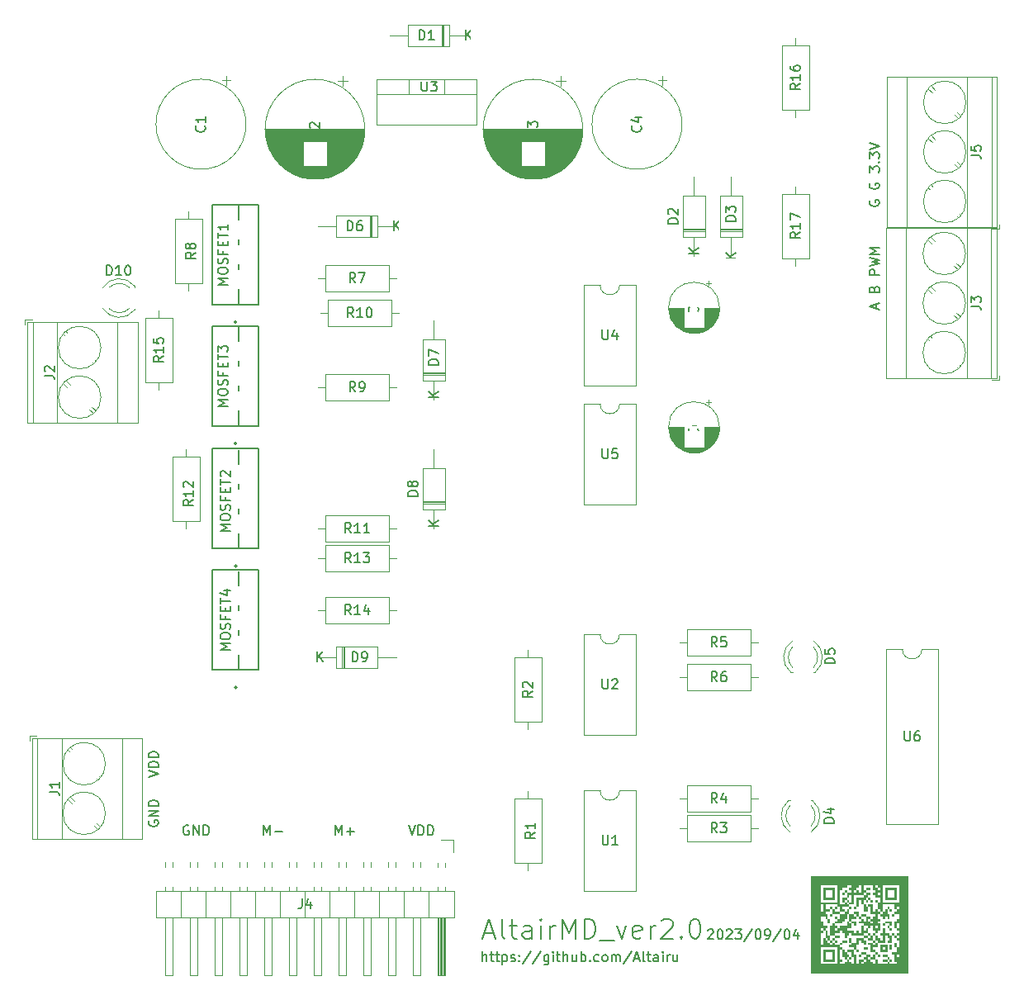
<source format=gto>
%TF.GenerationSoftware,KiCad,Pcbnew,(6.0.8)*%
%TF.CreationDate,2023-09-05T09:20:41+09:00*%
%TF.ProjectId,AltairMD_V2,416c7461-6972-44d4-945f-56322e6b6963,rev?*%
%TF.SameCoordinates,Original*%
%TF.FileFunction,Legend,Top*%
%TF.FilePolarity,Positive*%
%FSLAX46Y46*%
G04 Gerber Fmt 4.6, Leading zero omitted, Abs format (unit mm)*
G04 Created by KiCad (PCBNEW (6.0.8)) date 2023-09-05 09:20:41*
%MOMM*%
%LPD*%
G01*
G04 APERTURE LIST*
%ADD10C,0.150000*%
%ADD11C,0.120000*%
%ADD12C,0.152400*%
%ADD13O,1.600000X1.600000*%
%ADD14R,1.600000X1.600000*%
%ADD15C,1.600000*%
%ADD16R,2.600000X2.600000*%
%ADD17C,2.600000*%
%ADD18C,1.800000*%
%ADD19R,1.800000X1.800000*%
%ADD20C,1.447800*%
%ADD21R,2.000000X2.000000*%
%ADD22C,2.000000*%
%ADD23C,3.200000*%
%ADD24R,1.905000X2.000000*%
%ADD25O,1.905000X2.000000*%
%ADD26O,1.700000X1.700000*%
%ADD27R,1.700000X1.700000*%
G04 APERTURE END LIST*
D10*
X88606380Y-130111333D02*
X89606380Y-129778000D01*
X88606380Y-129444666D01*
X89606380Y-129111333D02*
X88606380Y-129111333D01*
X88606380Y-128873238D01*
X88654000Y-128730380D01*
X88749238Y-128635142D01*
X88844476Y-128587523D01*
X89034952Y-128539904D01*
X89177809Y-128539904D01*
X89368285Y-128587523D01*
X89463523Y-128635142D01*
X89558761Y-128730380D01*
X89606380Y-128873238D01*
X89606380Y-129111333D01*
X89606380Y-128111333D02*
X88606380Y-128111333D01*
X88606380Y-127873238D01*
X88654000Y-127730380D01*
X88749238Y-127635142D01*
X88844476Y-127587523D01*
X89034952Y-127539904D01*
X89177809Y-127539904D01*
X89368285Y-127587523D01*
X89463523Y-127635142D01*
X89558761Y-127730380D01*
X89606380Y-127873238D01*
X89606380Y-128111333D01*
X88654000Y-134619904D02*
X88606380Y-134715142D01*
X88606380Y-134858000D01*
X88654000Y-135000857D01*
X88749238Y-135096095D01*
X88844476Y-135143714D01*
X89034952Y-135191333D01*
X89177809Y-135191333D01*
X89368285Y-135143714D01*
X89463523Y-135096095D01*
X89558761Y-135000857D01*
X89606380Y-134858000D01*
X89606380Y-134762761D01*
X89558761Y-134619904D01*
X89511142Y-134572285D01*
X89177809Y-134572285D01*
X89177809Y-134762761D01*
X89606380Y-134143714D02*
X88606380Y-134143714D01*
X89606380Y-133572285D01*
X88606380Y-133572285D01*
X89606380Y-133096095D02*
X88606380Y-133096095D01*
X88606380Y-132858000D01*
X88654000Y-132715142D01*
X88749238Y-132619904D01*
X88844476Y-132572285D01*
X89034952Y-132524666D01*
X89177809Y-132524666D01*
X89368285Y-132572285D01*
X89463523Y-132619904D01*
X89558761Y-132715142D01*
X89606380Y-132858000D01*
X89606380Y-133096095D01*
X115252666Y-135088380D02*
X115586000Y-136088380D01*
X115919333Y-135088380D01*
X116252666Y-136088380D02*
X116252666Y-135088380D01*
X116490761Y-135088380D01*
X116633619Y-135136000D01*
X116728857Y-135231238D01*
X116776476Y-135326476D01*
X116824095Y-135516952D01*
X116824095Y-135659809D01*
X116776476Y-135850285D01*
X116728857Y-135945523D01*
X116633619Y-136040761D01*
X116490761Y-136088380D01*
X116252666Y-136088380D01*
X117252666Y-136088380D02*
X117252666Y-135088380D01*
X117490761Y-135088380D01*
X117633619Y-135136000D01*
X117728857Y-135231238D01*
X117776476Y-135326476D01*
X117824095Y-135516952D01*
X117824095Y-135659809D01*
X117776476Y-135850285D01*
X117728857Y-135945523D01*
X117633619Y-136040761D01*
X117490761Y-136088380D01*
X117252666Y-136088380D01*
X107759619Y-136088380D02*
X107759619Y-135088380D01*
X108092952Y-135802666D01*
X108426285Y-135088380D01*
X108426285Y-136088380D01*
X108902476Y-135707428D02*
X109664380Y-135707428D01*
X109283428Y-136088380D02*
X109283428Y-135326476D01*
X100393619Y-136088380D02*
X100393619Y-135088380D01*
X100726952Y-135802666D01*
X101060285Y-135088380D01*
X101060285Y-136088380D01*
X101536476Y-135707428D02*
X102298380Y-135707428D01*
X92710095Y-135136000D02*
X92614857Y-135088380D01*
X92472000Y-135088380D01*
X92329142Y-135136000D01*
X92233904Y-135231238D01*
X92186285Y-135326476D01*
X92138666Y-135516952D01*
X92138666Y-135659809D01*
X92186285Y-135850285D01*
X92233904Y-135945523D01*
X92329142Y-136040761D01*
X92472000Y-136088380D01*
X92567238Y-136088380D01*
X92710095Y-136040761D01*
X92757714Y-135993142D01*
X92757714Y-135659809D01*
X92567238Y-135659809D01*
X93186285Y-136088380D02*
X93186285Y-135088380D01*
X93757714Y-136088380D01*
X93757714Y-135088380D01*
X94233904Y-136088380D02*
X94233904Y-135088380D01*
X94472000Y-135088380D01*
X94614857Y-135136000D01*
X94710095Y-135231238D01*
X94757714Y-135326476D01*
X94805333Y-135516952D01*
X94805333Y-135659809D01*
X94757714Y-135850285D01*
X94710095Y-135945523D01*
X94614857Y-136040761D01*
X94472000Y-136088380D01*
X94233904Y-136088380D01*
X163234666Y-82088571D02*
X163234666Y-81612380D01*
X163520380Y-82183809D02*
X162520380Y-81850476D01*
X163520380Y-81517142D01*
X162996571Y-80088571D02*
X163044190Y-79945714D01*
X163091809Y-79898095D01*
X163187047Y-79850476D01*
X163329904Y-79850476D01*
X163425142Y-79898095D01*
X163472761Y-79945714D01*
X163520380Y-80040952D01*
X163520380Y-80421904D01*
X162520380Y-80421904D01*
X162520380Y-80088571D01*
X162568000Y-79993333D01*
X162615619Y-79945714D01*
X162710857Y-79898095D01*
X162806095Y-79898095D01*
X162901333Y-79945714D01*
X162948952Y-79993333D01*
X162996571Y-80088571D01*
X162996571Y-80421904D01*
X163520380Y-78660000D02*
X162520380Y-78660000D01*
X162520380Y-78279047D01*
X162568000Y-78183809D01*
X162615619Y-78136190D01*
X162710857Y-78088571D01*
X162853714Y-78088571D01*
X162948952Y-78136190D01*
X162996571Y-78183809D01*
X163044190Y-78279047D01*
X163044190Y-78660000D01*
X162520380Y-77755238D02*
X163520380Y-77517142D01*
X162806095Y-77326666D01*
X163520380Y-77136190D01*
X162520380Y-76898095D01*
X163520380Y-76517142D02*
X162520380Y-76517142D01*
X163234666Y-76183809D01*
X162520380Y-75850476D01*
X163520380Y-75850476D01*
X162568000Y-71040952D02*
X162520380Y-71136190D01*
X162520380Y-71279047D01*
X162568000Y-71421904D01*
X162663238Y-71517142D01*
X162758476Y-71564761D01*
X162948952Y-71612380D01*
X163091809Y-71612380D01*
X163282285Y-71564761D01*
X163377523Y-71517142D01*
X163472761Y-71421904D01*
X163520380Y-71279047D01*
X163520380Y-71183809D01*
X163472761Y-71040952D01*
X163425142Y-70993333D01*
X163091809Y-70993333D01*
X163091809Y-71183809D01*
X162568000Y-69279047D02*
X162520380Y-69374285D01*
X162520380Y-69517142D01*
X162568000Y-69660000D01*
X162663238Y-69755238D01*
X162758476Y-69802857D01*
X162948952Y-69850476D01*
X163091809Y-69850476D01*
X163282285Y-69802857D01*
X163377523Y-69755238D01*
X163472761Y-69660000D01*
X163520380Y-69517142D01*
X163520380Y-69421904D01*
X163472761Y-69279047D01*
X163425142Y-69231428D01*
X163091809Y-69231428D01*
X163091809Y-69421904D01*
X162520380Y-68136190D02*
X162520380Y-67517142D01*
X162901333Y-67850476D01*
X162901333Y-67707619D01*
X162948952Y-67612380D01*
X162996571Y-67564761D01*
X163091809Y-67517142D01*
X163329904Y-67517142D01*
X163425142Y-67564761D01*
X163472761Y-67612380D01*
X163520380Y-67707619D01*
X163520380Y-67993333D01*
X163472761Y-68088571D01*
X163425142Y-68136190D01*
X163425142Y-67088571D02*
X163472761Y-67040952D01*
X163520380Y-67088571D01*
X163472761Y-67136190D01*
X163425142Y-67088571D01*
X163520380Y-67088571D01*
X162520380Y-66707619D02*
X162520380Y-66088571D01*
X162901333Y-66421904D01*
X162901333Y-66279047D01*
X162948952Y-66183809D01*
X162996571Y-66136190D01*
X163091809Y-66088571D01*
X163329904Y-66088571D01*
X163425142Y-66136190D01*
X163472761Y-66183809D01*
X163520380Y-66279047D01*
X163520380Y-66564761D01*
X163472761Y-66660000D01*
X163425142Y-66707619D01*
X162520380Y-65802857D02*
X163520380Y-65469523D01*
X162520380Y-65136190D01*
X122842000Y-149042380D02*
X122842000Y-148042380D01*
X123270571Y-149042380D02*
X123270571Y-148518571D01*
X123222952Y-148423333D01*
X123127714Y-148375714D01*
X122984857Y-148375714D01*
X122889619Y-148423333D01*
X122842000Y-148470952D01*
X123603904Y-148375714D02*
X123984857Y-148375714D01*
X123746761Y-148042380D02*
X123746761Y-148899523D01*
X123794380Y-148994761D01*
X123889619Y-149042380D01*
X123984857Y-149042380D01*
X124175333Y-148375714D02*
X124556285Y-148375714D01*
X124318190Y-148042380D02*
X124318190Y-148899523D01*
X124365809Y-148994761D01*
X124461047Y-149042380D01*
X124556285Y-149042380D01*
X124889619Y-148375714D02*
X124889619Y-149375714D01*
X124889619Y-148423333D02*
X124984857Y-148375714D01*
X125175333Y-148375714D01*
X125270571Y-148423333D01*
X125318190Y-148470952D01*
X125365809Y-148566190D01*
X125365809Y-148851904D01*
X125318190Y-148947142D01*
X125270571Y-148994761D01*
X125175333Y-149042380D01*
X124984857Y-149042380D01*
X124889619Y-148994761D01*
X125746761Y-148994761D02*
X125842000Y-149042380D01*
X126032476Y-149042380D01*
X126127714Y-148994761D01*
X126175333Y-148899523D01*
X126175333Y-148851904D01*
X126127714Y-148756666D01*
X126032476Y-148709047D01*
X125889619Y-148709047D01*
X125794380Y-148661428D01*
X125746761Y-148566190D01*
X125746761Y-148518571D01*
X125794380Y-148423333D01*
X125889619Y-148375714D01*
X126032476Y-148375714D01*
X126127714Y-148423333D01*
X126603904Y-148947142D02*
X126651523Y-148994761D01*
X126603904Y-149042380D01*
X126556285Y-148994761D01*
X126603904Y-148947142D01*
X126603904Y-149042380D01*
X126603904Y-148423333D02*
X126651523Y-148470952D01*
X126603904Y-148518571D01*
X126556285Y-148470952D01*
X126603904Y-148423333D01*
X126603904Y-148518571D01*
X127794380Y-147994761D02*
X126937238Y-149280476D01*
X128842000Y-147994761D02*
X127984857Y-149280476D01*
X129603904Y-148375714D02*
X129603904Y-149185238D01*
X129556285Y-149280476D01*
X129508666Y-149328095D01*
X129413428Y-149375714D01*
X129270571Y-149375714D01*
X129175333Y-149328095D01*
X129603904Y-148994761D02*
X129508666Y-149042380D01*
X129318190Y-149042380D01*
X129222952Y-148994761D01*
X129175333Y-148947142D01*
X129127714Y-148851904D01*
X129127714Y-148566190D01*
X129175333Y-148470952D01*
X129222952Y-148423333D01*
X129318190Y-148375714D01*
X129508666Y-148375714D01*
X129603904Y-148423333D01*
X130080095Y-149042380D02*
X130080095Y-148375714D01*
X130080095Y-148042380D02*
X130032476Y-148090000D01*
X130080095Y-148137619D01*
X130127714Y-148090000D01*
X130080095Y-148042380D01*
X130080095Y-148137619D01*
X130413428Y-148375714D02*
X130794380Y-148375714D01*
X130556285Y-148042380D02*
X130556285Y-148899523D01*
X130603904Y-148994761D01*
X130699142Y-149042380D01*
X130794380Y-149042380D01*
X131127714Y-149042380D02*
X131127714Y-148042380D01*
X131556285Y-149042380D02*
X131556285Y-148518571D01*
X131508666Y-148423333D01*
X131413428Y-148375714D01*
X131270571Y-148375714D01*
X131175333Y-148423333D01*
X131127714Y-148470952D01*
X132461047Y-148375714D02*
X132461047Y-149042380D01*
X132032476Y-148375714D02*
X132032476Y-148899523D01*
X132080095Y-148994761D01*
X132175333Y-149042380D01*
X132318190Y-149042380D01*
X132413428Y-148994761D01*
X132461047Y-148947142D01*
X132937238Y-149042380D02*
X132937238Y-148042380D01*
X132937238Y-148423333D02*
X133032476Y-148375714D01*
X133222952Y-148375714D01*
X133318190Y-148423333D01*
X133365809Y-148470952D01*
X133413428Y-148566190D01*
X133413428Y-148851904D01*
X133365809Y-148947142D01*
X133318190Y-148994761D01*
X133222952Y-149042380D01*
X133032476Y-149042380D01*
X132937238Y-148994761D01*
X133842000Y-148947142D02*
X133889619Y-148994761D01*
X133842000Y-149042380D01*
X133794380Y-148994761D01*
X133842000Y-148947142D01*
X133842000Y-149042380D01*
X134746761Y-148994761D02*
X134651523Y-149042380D01*
X134461047Y-149042380D01*
X134365809Y-148994761D01*
X134318190Y-148947142D01*
X134270571Y-148851904D01*
X134270571Y-148566190D01*
X134318190Y-148470952D01*
X134365809Y-148423333D01*
X134461047Y-148375714D01*
X134651523Y-148375714D01*
X134746761Y-148423333D01*
X135318190Y-149042380D02*
X135222952Y-148994761D01*
X135175333Y-148947142D01*
X135127714Y-148851904D01*
X135127714Y-148566190D01*
X135175333Y-148470952D01*
X135222952Y-148423333D01*
X135318190Y-148375714D01*
X135461047Y-148375714D01*
X135556285Y-148423333D01*
X135603904Y-148470952D01*
X135651523Y-148566190D01*
X135651523Y-148851904D01*
X135603904Y-148947142D01*
X135556285Y-148994761D01*
X135461047Y-149042380D01*
X135318190Y-149042380D01*
X136080095Y-149042380D02*
X136080095Y-148375714D01*
X136080095Y-148470952D02*
X136127714Y-148423333D01*
X136222952Y-148375714D01*
X136365809Y-148375714D01*
X136461047Y-148423333D01*
X136508666Y-148518571D01*
X136508666Y-149042380D01*
X136508666Y-148518571D02*
X136556285Y-148423333D01*
X136651523Y-148375714D01*
X136794380Y-148375714D01*
X136889619Y-148423333D01*
X136937238Y-148518571D01*
X136937238Y-149042380D01*
X138127714Y-147994761D02*
X137270571Y-149280476D01*
X138413428Y-148756666D02*
X138889619Y-148756666D01*
X138318190Y-149042380D02*
X138651523Y-148042380D01*
X138984857Y-149042380D01*
X139461047Y-149042380D02*
X139365809Y-148994761D01*
X139318190Y-148899523D01*
X139318190Y-148042380D01*
X139699142Y-148375714D02*
X140080095Y-148375714D01*
X139842000Y-148042380D02*
X139842000Y-148899523D01*
X139889619Y-148994761D01*
X139984857Y-149042380D01*
X140080095Y-149042380D01*
X140842000Y-149042380D02*
X140842000Y-148518571D01*
X140794380Y-148423333D01*
X140699142Y-148375714D01*
X140508666Y-148375714D01*
X140413428Y-148423333D01*
X140842000Y-148994761D02*
X140746761Y-149042380D01*
X140508666Y-149042380D01*
X140413428Y-148994761D01*
X140365809Y-148899523D01*
X140365809Y-148804285D01*
X140413428Y-148709047D01*
X140508666Y-148661428D01*
X140746761Y-148661428D01*
X140842000Y-148613809D01*
X141318190Y-149042380D02*
X141318190Y-148375714D01*
X141318190Y-148042380D02*
X141270571Y-148090000D01*
X141318190Y-148137619D01*
X141365809Y-148090000D01*
X141318190Y-148042380D01*
X141318190Y-148137619D01*
X141794380Y-149042380D02*
X141794380Y-148375714D01*
X141794380Y-148566190D02*
X141842000Y-148470952D01*
X141889619Y-148423333D01*
X141984857Y-148375714D01*
X142080095Y-148375714D01*
X142842000Y-148375714D02*
X142842000Y-149042380D01*
X142413428Y-148375714D02*
X142413428Y-148899523D01*
X142461047Y-148994761D01*
X142556285Y-149042380D01*
X142699142Y-149042380D01*
X142794380Y-148994761D01*
X142842000Y-148947142D01*
X123016761Y-146129333D02*
X123969142Y-146129333D01*
X122826285Y-146700761D02*
X123492952Y-144700761D01*
X124159619Y-146700761D01*
X125112000Y-146700761D02*
X124921523Y-146605523D01*
X124826285Y-146415047D01*
X124826285Y-144700761D01*
X125588190Y-145367428D02*
X126350095Y-145367428D01*
X125873904Y-144700761D02*
X125873904Y-146415047D01*
X125969142Y-146605523D01*
X126159619Y-146700761D01*
X126350095Y-146700761D01*
X127873904Y-146700761D02*
X127873904Y-145653142D01*
X127778666Y-145462666D01*
X127588190Y-145367428D01*
X127207238Y-145367428D01*
X127016761Y-145462666D01*
X127873904Y-146605523D02*
X127683428Y-146700761D01*
X127207238Y-146700761D01*
X127016761Y-146605523D01*
X126921523Y-146415047D01*
X126921523Y-146224571D01*
X127016761Y-146034095D01*
X127207238Y-145938857D01*
X127683428Y-145938857D01*
X127873904Y-145843619D01*
X128826285Y-146700761D02*
X128826285Y-145367428D01*
X128826285Y-144700761D02*
X128731047Y-144796000D01*
X128826285Y-144891238D01*
X128921523Y-144796000D01*
X128826285Y-144700761D01*
X128826285Y-144891238D01*
X129778666Y-146700761D02*
X129778666Y-145367428D01*
X129778666Y-145748380D02*
X129873904Y-145557904D01*
X129969142Y-145462666D01*
X130159619Y-145367428D01*
X130350095Y-145367428D01*
X131016761Y-146700761D02*
X131016761Y-144700761D01*
X131683428Y-146129333D01*
X132350095Y-144700761D01*
X132350095Y-146700761D01*
X133302476Y-146700761D02*
X133302476Y-144700761D01*
X133778666Y-144700761D01*
X134064380Y-144796000D01*
X134254857Y-144986476D01*
X134350095Y-145176952D01*
X134445333Y-145557904D01*
X134445333Y-145843619D01*
X134350095Y-146224571D01*
X134254857Y-146415047D01*
X134064380Y-146605523D01*
X133778666Y-146700761D01*
X133302476Y-146700761D01*
X134826285Y-146891238D02*
X136350095Y-146891238D01*
X136635809Y-145367428D02*
X137112000Y-146700761D01*
X137588190Y-145367428D01*
X139112000Y-146605523D02*
X138921523Y-146700761D01*
X138540571Y-146700761D01*
X138350095Y-146605523D01*
X138254857Y-146415047D01*
X138254857Y-145653142D01*
X138350095Y-145462666D01*
X138540571Y-145367428D01*
X138921523Y-145367428D01*
X139112000Y-145462666D01*
X139207238Y-145653142D01*
X139207238Y-145843619D01*
X138254857Y-146034095D01*
X140064380Y-146700761D02*
X140064380Y-145367428D01*
X140064380Y-145748380D02*
X140159619Y-145557904D01*
X140254857Y-145462666D01*
X140445333Y-145367428D01*
X140635809Y-145367428D01*
X141207238Y-144891238D02*
X141302476Y-144796000D01*
X141492952Y-144700761D01*
X141969142Y-144700761D01*
X142159619Y-144796000D01*
X142254857Y-144891238D01*
X142350095Y-145081714D01*
X142350095Y-145272190D01*
X142254857Y-145557904D01*
X141112000Y-146700761D01*
X142350095Y-146700761D01*
X143207238Y-146510285D02*
X143302476Y-146605523D01*
X143207238Y-146700761D01*
X143112000Y-146605523D01*
X143207238Y-146510285D01*
X143207238Y-146700761D01*
X144540571Y-144700761D02*
X144731047Y-144700761D01*
X144921523Y-144796000D01*
X145016761Y-144891238D01*
X145112000Y-145081714D01*
X145207238Y-145462666D01*
X145207238Y-145938857D01*
X145112000Y-146319809D01*
X145016761Y-146510285D01*
X144921523Y-146605523D01*
X144731047Y-146700761D01*
X144540571Y-146700761D01*
X144350095Y-146605523D01*
X144254857Y-146510285D01*
X144159619Y-146319809D01*
X144064380Y-145938857D01*
X144064380Y-145462666D01*
X144159619Y-145081714D01*
X144254857Y-144891238D01*
X144350095Y-144796000D01*
X144540571Y-144700761D01*
X145955333Y-145851619D02*
X146002952Y-145804000D01*
X146098190Y-145756380D01*
X146336285Y-145756380D01*
X146431523Y-145804000D01*
X146479142Y-145851619D01*
X146526761Y-145946857D01*
X146526761Y-146042095D01*
X146479142Y-146184952D01*
X145907714Y-146756380D01*
X146526761Y-146756380D01*
X147145809Y-145756380D02*
X147241047Y-145756380D01*
X147336285Y-145804000D01*
X147383904Y-145851619D01*
X147431523Y-145946857D01*
X147479142Y-146137333D01*
X147479142Y-146375428D01*
X147431523Y-146565904D01*
X147383904Y-146661142D01*
X147336285Y-146708761D01*
X147241047Y-146756380D01*
X147145809Y-146756380D01*
X147050571Y-146708761D01*
X147002952Y-146661142D01*
X146955333Y-146565904D01*
X146907714Y-146375428D01*
X146907714Y-146137333D01*
X146955333Y-145946857D01*
X147002952Y-145851619D01*
X147050571Y-145804000D01*
X147145809Y-145756380D01*
X147860095Y-145851619D02*
X147907714Y-145804000D01*
X148002952Y-145756380D01*
X148241047Y-145756380D01*
X148336285Y-145804000D01*
X148383904Y-145851619D01*
X148431523Y-145946857D01*
X148431523Y-146042095D01*
X148383904Y-146184952D01*
X147812476Y-146756380D01*
X148431523Y-146756380D01*
X148764857Y-145756380D02*
X149383904Y-145756380D01*
X149050571Y-146137333D01*
X149193428Y-146137333D01*
X149288666Y-146184952D01*
X149336285Y-146232571D01*
X149383904Y-146327809D01*
X149383904Y-146565904D01*
X149336285Y-146661142D01*
X149288666Y-146708761D01*
X149193428Y-146756380D01*
X148907714Y-146756380D01*
X148812476Y-146708761D01*
X148764857Y-146661142D01*
X150526761Y-145708761D02*
X149669619Y-146994476D01*
X151050571Y-145756380D02*
X151145809Y-145756380D01*
X151241047Y-145804000D01*
X151288666Y-145851619D01*
X151336285Y-145946857D01*
X151383904Y-146137333D01*
X151383904Y-146375428D01*
X151336285Y-146565904D01*
X151288666Y-146661142D01*
X151241047Y-146708761D01*
X151145809Y-146756380D01*
X151050571Y-146756380D01*
X150955333Y-146708761D01*
X150907714Y-146661142D01*
X150860095Y-146565904D01*
X150812476Y-146375428D01*
X150812476Y-146137333D01*
X150860095Y-145946857D01*
X150907714Y-145851619D01*
X150955333Y-145804000D01*
X151050571Y-145756380D01*
X151860095Y-146756380D02*
X152050571Y-146756380D01*
X152145809Y-146708761D01*
X152193428Y-146661142D01*
X152288666Y-146518285D01*
X152336285Y-146327809D01*
X152336285Y-145946857D01*
X152288666Y-145851619D01*
X152241047Y-145804000D01*
X152145809Y-145756380D01*
X151955333Y-145756380D01*
X151860095Y-145804000D01*
X151812476Y-145851619D01*
X151764857Y-145946857D01*
X151764857Y-146184952D01*
X151812476Y-146280190D01*
X151860095Y-146327809D01*
X151955333Y-146375428D01*
X152145809Y-146375428D01*
X152241047Y-146327809D01*
X152288666Y-146280190D01*
X152336285Y-146184952D01*
X153479142Y-145708761D02*
X152622000Y-146994476D01*
X154002952Y-145756380D02*
X154098190Y-145756380D01*
X154193428Y-145804000D01*
X154241047Y-145851619D01*
X154288666Y-145946857D01*
X154336285Y-146137333D01*
X154336285Y-146375428D01*
X154288666Y-146565904D01*
X154241047Y-146661142D01*
X154193428Y-146708761D01*
X154098190Y-146756380D01*
X154002952Y-146756380D01*
X153907714Y-146708761D01*
X153860095Y-146661142D01*
X153812476Y-146565904D01*
X153764857Y-146375428D01*
X153764857Y-146137333D01*
X153812476Y-145946857D01*
X153860095Y-145851619D01*
X153907714Y-145804000D01*
X154002952Y-145756380D01*
X155193428Y-146089714D02*
X155193428Y-146756380D01*
X154955333Y-145708761D02*
X154717238Y-146423047D01*
X155336285Y-146423047D01*
%TO.C,U5*%
X135128095Y-96480380D02*
X135128095Y-97289904D01*
X135175714Y-97385142D01*
X135223333Y-97432761D01*
X135318571Y-97480380D01*
X135509047Y-97480380D01*
X135604285Y-97432761D01*
X135651904Y-97385142D01*
X135699523Y-97289904D01*
X135699523Y-96480380D01*
X136651904Y-96480380D02*
X136175714Y-96480380D01*
X136128095Y-96956571D01*
X136175714Y-96908952D01*
X136270952Y-96861333D01*
X136509047Y-96861333D01*
X136604285Y-96908952D01*
X136651904Y-96956571D01*
X136699523Y-97051809D01*
X136699523Y-97289904D01*
X136651904Y-97385142D01*
X136604285Y-97432761D01*
X136509047Y-97480380D01*
X136270952Y-97480380D01*
X136175714Y-97432761D01*
X136128095Y-97385142D01*
%TO.C,C6*%
X144883142Y-94445566D02*
X144930761Y-94493185D01*
X144978380Y-94636042D01*
X144978380Y-94731280D01*
X144930761Y-94874138D01*
X144835523Y-94969376D01*
X144740285Y-95016995D01*
X144549809Y-95064614D01*
X144406952Y-95064614D01*
X144216476Y-95016995D01*
X144121238Y-94969376D01*
X144026000Y-94874138D01*
X143978380Y-94731280D01*
X143978380Y-94636042D01*
X144026000Y-94493185D01*
X144073619Y-94445566D01*
X143978380Y-93588423D02*
X143978380Y-93778900D01*
X144026000Y-93874138D01*
X144073619Y-93921757D01*
X144216476Y-94016995D01*
X144406952Y-94064614D01*
X144787904Y-94064614D01*
X144883142Y-94016995D01*
X144930761Y-93969376D01*
X144978380Y-93874138D01*
X144978380Y-93683661D01*
X144930761Y-93588423D01*
X144883142Y-93540804D01*
X144787904Y-93493185D01*
X144549809Y-93493185D01*
X144454571Y-93540804D01*
X144406952Y-93588423D01*
X144359333Y-93683661D01*
X144359333Y-93874138D01*
X144406952Y-93969376D01*
X144454571Y-94016995D01*
X144549809Y-94064614D01*
%TO.C,R12*%
X93162380Y-101734857D02*
X92686190Y-102068190D01*
X93162380Y-102306285D02*
X92162380Y-102306285D01*
X92162380Y-101925333D01*
X92210000Y-101830095D01*
X92257619Y-101782476D01*
X92352857Y-101734857D01*
X92495714Y-101734857D01*
X92590952Y-101782476D01*
X92638571Y-101830095D01*
X92686190Y-101925333D01*
X92686190Y-102306285D01*
X93162380Y-100782476D02*
X93162380Y-101353904D01*
X93162380Y-101068190D02*
X92162380Y-101068190D01*
X92305238Y-101163428D01*
X92400476Y-101258666D01*
X92448095Y-101353904D01*
X92257619Y-100401523D02*
X92210000Y-100353904D01*
X92162380Y-100258666D01*
X92162380Y-100020571D01*
X92210000Y-99925333D01*
X92257619Y-99877714D01*
X92352857Y-99830095D01*
X92448095Y-99830095D01*
X92590952Y-99877714D01*
X93162380Y-100449142D01*
X93162380Y-99830095D01*
%TO.C,J5*%
X172934380Y-66378333D02*
X173648666Y-66378333D01*
X173791523Y-66425952D01*
X173886761Y-66521190D01*
X173934380Y-66664047D01*
X173934380Y-66759285D01*
X172934380Y-65425952D02*
X172934380Y-65902142D01*
X173410571Y-65949761D01*
X173362952Y-65902142D01*
X173315333Y-65806904D01*
X173315333Y-65568809D01*
X173362952Y-65473571D01*
X173410571Y-65425952D01*
X173505809Y-65378333D01*
X173743904Y-65378333D01*
X173839142Y-65425952D01*
X173886761Y-65473571D01*
X173934380Y-65568809D01*
X173934380Y-65806904D01*
X173886761Y-65902142D01*
X173839142Y-65949761D01*
%TO.C,D10*%
X84287227Y-78684380D02*
X84287227Y-77684380D01*
X84525322Y-77684380D01*
X84668179Y-77732000D01*
X84763417Y-77827238D01*
X84811036Y-77922476D01*
X84858655Y-78112952D01*
X84858655Y-78255809D01*
X84811036Y-78446285D01*
X84763417Y-78541523D01*
X84668179Y-78636761D01*
X84525322Y-78684380D01*
X84287227Y-78684380D01*
X85811036Y-78684380D02*
X85239608Y-78684380D01*
X85525322Y-78684380D02*
X85525322Y-77684380D01*
X85430084Y-77827238D01*
X85334846Y-77922476D01*
X85239608Y-77970095D01*
X86430084Y-77684380D02*
X86525322Y-77684380D01*
X86620560Y-77732000D01*
X86668179Y-77779619D01*
X86715798Y-77874857D01*
X86763417Y-78065333D01*
X86763417Y-78303428D01*
X86715798Y-78493904D01*
X86668179Y-78589142D01*
X86620560Y-78636761D01*
X86525322Y-78684380D01*
X86430084Y-78684380D01*
X86334846Y-78636761D01*
X86287227Y-78589142D01*
X86239608Y-78493904D01*
X86191989Y-78303428D01*
X86191989Y-78065333D01*
X86239608Y-77874857D01*
X86287227Y-77779619D01*
X86334846Y-77732000D01*
X86430084Y-77684380D01*
%TO.C,D1*%
X116355904Y-54554380D02*
X116355904Y-53554380D01*
X116594000Y-53554380D01*
X116736857Y-53602000D01*
X116832095Y-53697238D01*
X116879714Y-53792476D01*
X116927333Y-53982952D01*
X116927333Y-54125809D01*
X116879714Y-54316285D01*
X116832095Y-54411523D01*
X116736857Y-54506761D01*
X116594000Y-54554380D01*
X116355904Y-54554380D01*
X117879714Y-54554380D02*
X117308285Y-54554380D01*
X117594000Y-54554380D02*
X117594000Y-53554380D01*
X117498761Y-53697238D01*
X117403523Y-53792476D01*
X117308285Y-53840095D01*
X121126095Y-54554380D02*
X121126095Y-53554380D01*
X121697523Y-54554380D02*
X121268952Y-53982952D01*
X121697523Y-53554380D02*
X121126095Y-54125809D01*
%TO.C,MOSFET1*%
X96718380Y-79652428D02*
X95718380Y-79652428D01*
X96432666Y-79319095D01*
X95718380Y-78985761D01*
X96718380Y-78985761D01*
X95718380Y-78319095D02*
X95718380Y-78128619D01*
X95766000Y-78033380D01*
X95861238Y-77938142D01*
X96051714Y-77890523D01*
X96385047Y-77890523D01*
X96575523Y-77938142D01*
X96670761Y-78033380D01*
X96718380Y-78128619D01*
X96718380Y-78319095D01*
X96670761Y-78414333D01*
X96575523Y-78509571D01*
X96385047Y-78557190D01*
X96051714Y-78557190D01*
X95861238Y-78509571D01*
X95766000Y-78414333D01*
X95718380Y-78319095D01*
X96670761Y-77509571D02*
X96718380Y-77366714D01*
X96718380Y-77128619D01*
X96670761Y-77033380D01*
X96623142Y-76985761D01*
X96527904Y-76938142D01*
X96432666Y-76938142D01*
X96337428Y-76985761D01*
X96289809Y-77033380D01*
X96242190Y-77128619D01*
X96194571Y-77319095D01*
X96146952Y-77414333D01*
X96099333Y-77461952D01*
X96004095Y-77509571D01*
X95908857Y-77509571D01*
X95813619Y-77461952D01*
X95766000Y-77414333D01*
X95718380Y-77319095D01*
X95718380Y-77081000D01*
X95766000Y-76938142D01*
X96194571Y-76176238D02*
X96194571Y-76509571D01*
X96718380Y-76509571D02*
X95718380Y-76509571D01*
X95718380Y-76033380D01*
X96194571Y-75652428D02*
X96194571Y-75319095D01*
X96718380Y-75176238D02*
X96718380Y-75652428D01*
X95718380Y-75652428D01*
X95718380Y-75176238D01*
X95718380Y-74890523D02*
X95718380Y-74319095D01*
X96718380Y-74604809D02*
X95718380Y-74604809D01*
X96718380Y-73461952D02*
X96718380Y-74033380D01*
X96718380Y-73747666D02*
X95718380Y-73747666D01*
X95861238Y-73842904D01*
X95956476Y-73938142D01*
X96004095Y-74033380D01*
%TO.C,R4*%
X146899333Y-132786380D02*
X146566000Y-132310190D01*
X146327904Y-132786380D02*
X146327904Y-131786380D01*
X146708857Y-131786380D01*
X146804095Y-131834000D01*
X146851714Y-131881619D01*
X146899333Y-131976857D01*
X146899333Y-132119714D01*
X146851714Y-132214952D01*
X146804095Y-132262571D01*
X146708857Y-132310190D01*
X146327904Y-132310190D01*
X147756476Y-132119714D02*
X147756476Y-132786380D01*
X147518380Y-131738761D02*
X147280285Y-132453047D01*
X147899333Y-132453047D01*
%TO.C,MOSFET3*%
X96718380Y-92098428D02*
X95718380Y-92098428D01*
X96432666Y-91765095D01*
X95718380Y-91431761D01*
X96718380Y-91431761D01*
X95718380Y-90765095D02*
X95718380Y-90574619D01*
X95766000Y-90479380D01*
X95861238Y-90384142D01*
X96051714Y-90336523D01*
X96385047Y-90336523D01*
X96575523Y-90384142D01*
X96670761Y-90479380D01*
X96718380Y-90574619D01*
X96718380Y-90765095D01*
X96670761Y-90860333D01*
X96575523Y-90955571D01*
X96385047Y-91003190D01*
X96051714Y-91003190D01*
X95861238Y-90955571D01*
X95766000Y-90860333D01*
X95718380Y-90765095D01*
X96670761Y-89955571D02*
X96718380Y-89812714D01*
X96718380Y-89574619D01*
X96670761Y-89479380D01*
X96623142Y-89431761D01*
X96527904Y-89384142D01*
X96432666Y-89384142D01*
X96337428Y-89431761D01*
X96289809Y-89479380D01*
X96242190Y-89574619D01*
X96194571Y-89765095D01*
X96146952Y-89860333D01*
X96099333Y-89907952D01*
X96004095Y-89955571D01*
X95908857Y-89955571D01*
X95813619Y-89907952D01*
X95766000Y-89860333D01*
X95718380Y-89765095D01*
X95718380Y-89527000D01*
X95766000Y-89384142D01*
X96194571Y-88622238D02*
X96194571Y-88955571D01*
X96718380Y-88955571D02*
X95718380Y-88955571D01*
X95718380Y-88479380D01*
X96194571Y-88098428D02*
X96194571Y-87765095D01*
X96718380Y-87622238D02*
X96718380Y-88098428D01*
X95718380Y-88098428D01*
X95718380Y-87622238D01*
X95718380Y-87336523D02*
X95718380Y-86765095D01*
X96718380Y-87050809D02*
X95718380Y-87050809D01*
X95718380Y-86527000D02*
X95718380Y-85907952D01*
X96099333Y-86241285D01*
X96099333Y-86098428D01*
X96146952Y-86003190D01*
X96194571Y-85955571D01*
X96289809Y-85907952D01*
X96527904Y-85907952D01*
X96623142Y-85955571D01*
X96670761Y-86003190D01*
X96718380Y-86098428D01*
X96718380Y-86384142D01*
X96670761Y-86479380D01*
X96623142Y-86527000D01*
%TO.C,U4*%
X135128095Y-84288380D02*
X135128095Y-85097904D01*
X135175714Y-85193142D01*
X135223333Y-85240761D01*
X135318571Y-85288380D01*
X135509047Y-85288380D01*
X135604285Y-85240761D01*
X135651904Y-85193142D01*
X135699523Y-85097904D01*
X135699523Y-84288380D01*
X136604285Y-84621714D02*
X136604285Y-85288380D01*
X136366190Y-84240761D02*
X136128095Y-84955047D01*
X136747142Y-84955047D01*
%TO.C,C2*%
X106021142Y-63960666D02*
X106068761Y-64008285D01*
X106116380Y-64151142D01*
X106116380Y-64246380D01*
X106068761Y-64389238D01*
X105973523Y-64484476D01*
X105878285Y-64532095D01*
X105687809Y-64579714D01*
X105544952Y-64579714D01*
X105354476Y-64532095D01*
X105259238Y-64484476D01*
X105164000Y-64389238D01*
X105116380Y-64246380D01*
X105116380Y-64151142D01*
X105164000Y-64008285D01*
X105211619Y-63960666D01*
X105211619Y-63579714D02*
X105164000Y-63532095D01*
X105116380Y-63436857D01*
X105116380Y-63198761D01*
X105164000Y-63103523D01*
X105211619Y-63055904D01*
X105306857Y-63008285D01*
X105402095Y-63008285D01*
X105544952Y-63055904D01*
X106116380Y-63627333D01*
X106116380Y-63008285D01*
%TO.C,R9*%
X109815333Y-90622380D02*
X109482000Y-90146190D01*
X109243904Y-90622380D02*
X109243904Y-89622380D01*
X109624857Y-89622380D01*
X109720095Y-89670000D01*
X109767714Y-89717619D01*
X109815333Y-89812857D01*
X109815333Y-89955714D01*
X109767714Y-90050952D01*
X109720095Y-90098571D01*
X109624857Y-90146190D01*
X109243904Y-90146190D01*
X110291523Y-90622380D02*
X110482000Y-90622380D01*
X110577238Y-90574761D01*
X110624857Y-90527142D01*
X110720095Y-90384285D01*
X110767714Y-90193809D01*
X110767714Y-89812857D01*
X110720095Y-89717619D01*
X110672476Y-89670000D01*
X110577238Y-89622380D01*
X110386761Y-89622380D01*
X110291523Y-89670000D01*
X110243904Y-89717619D01*
X110196285Y-89812857D01*
X110196285Y-90050952D01*
X110243904Y-90146190D01*
X110291523Y-90193809D01*
X110386761Y-90241428D01*
X110577238Y-90241428D01*
X110672476Y-90193809D01*
X110720095Y-90146190D01*
X110767714Y-90050952D01*
%TO.C,U6*%
X166116095Y-125436380D02*
X166116095Y-126245904D01*
X166163714Y-126341142D01*
X166211333Y-126388761D01*
X166306571Y-126436380D01*
X166497047Y-126436380D01*
X166592285Y-126388761D01*
X166639904Y-126341142D01*
X166687523Y-126245904D01*
X166687523Y-125436380D01*
X167592285Y-125436380D02*
X167401809Y-125436380D01*
X167306571Y-125484000D01*
X167258952Y-125531619D01*
X167163714Y-125674476D01*
X167116095Y-125864952D01*
X167116095Y-126245904D01*
X167163714Y-126341142D01*
X167211333Y-126388761D01*
X167306571Y-126436380D01*
X167497047Y-126436380D01*
X167592285Y-126388761D01*
X167639904Y-126341142D01*
X167687523Y-126245904D01*
X167687523Y-126007809D01*
X167639904Y-125912571D01*
X167592285Y-125864952D01*
X167497047Y-125817333D01*
X167306571Y-125817333D01*
X167211333Y-125864952D01*
X167163714Y-125912571D01*
X167116095Y-126007809D01*
%TO.C,R17*%
X155392380Y-74302857D02*
X154916190Y-74636190D01*
X155392380Y-74874285D02*
X154392380Y-74874285D01*
X154392380Y-74493333D01*
X154440000Y-74398095D01*
X154487619Y-74350476D01*
X154582857Y-74302857D01*
X154725714Y-74302857D01*
X154820952Y-74350476D01*
X154868571Y-74398095D01*
X154916190Y-74493333D01*
X154916190Y-74874285D01*
X155392380Y-73350476D02*
X155392380Y-73921904D01*
X155392380Y-73636190D02*
X154392380Y-73636190D01*
X154535238Y-73731428D01*
X154630476Y-73826666D01*
X154678095Y-73921904D01*
X154392380Y-73017142D02*
X154392380Y-72350476D01*
X155392380Y-72779047D01*
%TO.C,D9*%
X109497904Y-118308380D02*
X109497904Y-117308380D01*
X109736000Y-117308380D01*
X109878857Y-117356000D01*
X109974095Y-117451238D01*
X110021714Y-117546476D01*
X110069333Y-117736952D01*
X110069333Y-117879809D01*
X110021714Y-118070285D01*
X109974095Y-118165523D01*
X109878857Y-118260761D01*
X109736000Y-118308380D01*
X109497904Y-118308380D01*
X110545523Y-118308380D02*
X110736000Y-118308380D01*
X110831238Y-118260761D01*
X110878857Y-118213142D01*
X110974095Y-118070285D01*
X111021714Y-117879809D01*
X111021714Y-117498857D01*
X110974095Y-117403619D01*
X110926476Y-117356000D01*
X110831238Y-117308380D01*
X110640761Y-117308380D01*
X110545523Y-117356000D01*
X110497904Y-117403619D01*
X110450285Y-117498857D01*
X110450285Y-117736952D01*
X110497904Y-117832190D01*
X110545523Y-117879809D01*
X110640761Y-117927428D01*
X110831238Y-117927428D01*
X110926476Y-117879809D01*
X110974095Y-117832190D01*
X111021714Y-117736952D01*
X105910095Y-118308380D02*
X105910095Y-117308380D01*
X106481523Y-118308380D02*
X106052952Y-117736952D01*
X106481523Y-117308380D02*
X105910095Y-117879809D01*
%TO.C,H4*%
X171704095Y-147772380D02*
X171704095Y-146772380D01*
X171704095Y-147248571D02*
X172275523Y-147248571D01*
X172275523Y-147772380D02*
X172275523Y-146772380D01*
X173180285Y-147105714D02*
X173180285Y-147772380D01*
X172942190Y-146724761D02*
X172704095Y-147439047D01*
X173323142Y-147439047D01*
%TO.C,R1*%
X128214380Y-135802666D02*
X127738190Y-136136000D01*
X128214380Y-136374095D02*
X127214380Y-136374095D01*
X127214380Y-135993142D01*
X127262000Y-135897904D01*
X127309619Y-135850285D01*
X127404857Y-135802666D01*
X127547714Y-135802666D01*
X127642952Y-135850285D01*
X127690571Y-135897904D01*
X127738190Y-135993142D01*
X127738190Y-136374095D01*
X128214380Y-134850285D02*
X128214380Y-135421714D01*
X128214380Y-135136000D02*
X127214380Y-135136000D01*
X127357238Y-135231238D01*
X127452476Y-135326476D01*
X127500095Y-135421714D01*
%TO.C,R11*%
X109339142Y-105100380D02*
X109005809Y-104624190D01*
X108767714Y-105100380D02*
X108767714Y-104100380D01*
X109148666Y-104100380D01*
X109243904Y-104148000D01*
X109291523Y-104195619D01*
X109339142Y-104290857D01*
X109339142Y-104433714D01*
X109291523Y-104528952D01*
X109243904Y-104576571D01*
X109148666Y-104624190D01*
X108767714Y-104624190D01*
X110291523Y-105100380D02*
X109720095Y-105100380D01*
X110005809Y-105100380D02*
X110005809Y-104100380D01*
X109910571Y-104243238D01*
X109815333Y-104338476D01*
X109720095Y-104386095D01*
X111243904Y-105100380D02*
X110672476Y-105100380D01*
X110958190Y-105100380D02*
X110958190Y-104100380D01*
X110862952Y-104243238D01*
X110767714Y-104338476D01*
X110672476Y-104386095D01*
%TO.C,R14*%
X109339142Y-113482380D02*
X109005809Y-113006190D01*
X108767714Y-113482380D02*
X108767714Y-112482380D01*
X109148666Y-112482380D01*
X109243904Y-112530000D01*
X109291523Y-112577619D01*
X109339142Y-112672857D01*
X109339142Y-112815714D01*
X109291523Y-112910952D01*
X109243904Y-112958571D01*
X109148666Y-113006190D01*
X108767714Y-113006190D01*
X110291523Y-113482380D02*
X109720095Y-113482380D01*
X110005809Y-113482380D02*
X110005809Y-112482380D01*
X109910571Y-112625238D01*
X109815333Y-112720476D01*
X109720095Y-112768095D01*
X111148666Y-112815714D02*
X111148666Y-113482380D01*
X110910571Y-112434761D02*
X110672476Y-113149047D01*
X111291523Y-113149047D01*
%TO.C,H1*%
X78994095Y-54808380D02*
X78994095Y-53808380D01*
X78994095Y-54284571D02*
X79565523Y-54284571D01*
X79565523Y-54808380D02*
X79565523Y-53808380D01*
X80565523Y-54808380D02*
X79994095Y-54808380D01*
X80279809Y-54808380D02*
X80279809Y-53808380D01*
X80184571Y-53951238D01*
X80089333Y-54046476D01*
X79994095Y-54094095D01*
%TO.C,R7*%
X109815333Y-79446380D02*
X109482000Y-78970190D01*
X109243904Y-79446380D02*
X109243904Y-78446380D01*
X109624857Y-78446380D01*
X109720095Y-78494000D01*
X109767714Y-78541619D01*
X109815333Y-78636857D01*
X109815333Y-78779714D01*
X109767714Y-78874952D01*
X109720095Y-78922571D01*
X109624857Y-78970190D01*
X109243904Y-78970190D01*
X110148666Y-78446380D02*
X110815333Y-78446380D01*
X110386761Y-79446380D01*
%TO.C,D2*%
X142858380Y-73382095D02*
X141858380Y-73382095D01*
X141858380Y-73144000D01*
X141906000Y-73001142D01*
X142001238Y-72905904D01*
X142096476Y-72858285D01*
X142286952Y-72810666D01*
X142429809Y-72810666D01*
X142620285Y-72858285D01*
X142715523Y-72905904D01*
X142810761Y-73001142D01*
X142858380Y-73144000D01*
X142858380Y-73382095D01*
X141953619Y-72429714D02*
X141906000Y-72382095D01*
X141858380Y-72286857D01*
X141858380Y-72048761D01*
X141906000Y-71953523D01*
X141953619Y-71905904D01*
X142048857Y-71858285D01*
X142144095Y-71858285D01*
X142286952Y-71905904D01*
X142858380Y-72477333D01*
X142858380Y-71858285D01*
X144978380Y-76461904D02*
X143978380Y-76461904D01*
X144978380Y-75890476D02*
X144406952Y-76319047D01*
X143978380Y-75890476D02*
X144549809Y-76461904D01*
%TO.C,MOSFET2*%
X96972380Y-104925428D02*
X95972380Y-104925428D01*
X96686666Y-104592095D01*
X95972380Y-104258761D01*
X96972380Y-104258761D01*
X95972380Y-103592095D02*
X95972380Y-103401619D01*
X96020000Y-103306380D01*
X96115238Y-103211142D01*
X96305714Y-103163523D01*
X96639047Y-103163523D01*
X96829523Y-103211142D01*
X96924761Y-103306380D01*
X96972380Y-103401619D01*
X96972380Y-103592095D01*
X96924761Y-103687333D01*
X96829523Y-103782571D01*
X96639047Y-103830190D01*
X96305714Y-103830190D01*
X96115238Y-103782571D01*
X96020000Y-103687333D01*
X95972380Y-103592095D01*
X96924761Y-102782571D02*
X96972380Y-102639714D01*
X96972380Y-102401619D01*
X96924761Y-102306380D01*
X96877142Y-102258761D01*
X96781904Y-102211142D01*
X96686666Y-102211142D01*
X96591428Y-102258761D01*
X96543809Y-102306380D01*
X96496190Y-102401619D01*
X96448571Y-102592095D01*
X96400952Y-102687333D01*
X96353333Y-102734952D01*
X96258095Y-102782571D01*
X96162857Y-102782571D01*
X96067619Y-102734952D01*
X96020000Y-102687333D01*
X95972380Y-102592095D01*
X95972380Y-102354000D01*
X96020000Y-102211142D01*
X96448571Y-101449238D02*
X96448571Y-101782571D01*
X96972380Y-101782571D02*
X95972380Y-101782571D01*
X95972380Y-101306380D01*
X96448571Y-100925428D02*
X96448571Y-100592095D01*
X96972380Y-100449238D02*
X96972380Y-100925428D01*
X95972380Y-100925428D01*
X95972380Y-100449238D01*
X95972380Y-100163523D02*
X95972380Y-99592095D01*
X96972380Y-99877809D02*
X95972380Y-99877809D01*
X96067619Y-99306380D02*
X96020000Y-99258761D01*
X95972380Y-99163523D01*
X95972380Y-98925428D01*
X96020000Y-98830190D01*
X96067619Y-98782571D01*
X96162857Y-98734952D01*
X96258095Y-98734952D01*
X96400952Y-98782571D01*
X96972380Y-99354000D01*
X96972380Y-98734952D01*
%TO.C,J3*%
X172934380Y-81867333D02*
X173648666Y-81867333D01*
X173791523Y-81914952D01*
X173886761Y-82010190D01*
X173934380Y-82153047D01*
X173934380Y-82248285D01*
X172934380Y-81486380D02*
X172934380Y-80867333D01*
X173315333Y-81200666D01*
X173315333Y-81057809D01*
X173362952Y-80962571D01*
X173410571Y-80914952D01*
X173505809Y-80867333D01*
X173743904Y-80867333D01*
X173839142Y-80914952D01*
X173886761Y-80962571D01*
X173934380Y-81057809D01*
X173934380Y-81343523D01*
X173886761Y-81438761D01*
X173839142Y-81486380D01*
%TO.C,R16*%
X155392380Y-59062857D02*
X154916190Y-59396190D01*
X155392380Y-59634285D02*
X154392380Y-59634285D01*
X154392380Y-59253333D01*
X154440000Y-59158095D01*
X154487619Y-59110476D01*
X154582857Y-59062857D01*
X154725714Y-59062857D01*
X154820952Y-59110476D01*
X154868571Y-59158095D01*
X154916190Y-59253333D01*
X154916190Y-59634285D01*
X155392380Y-58110476D02*
X155392380Y-58681904D01*
X155392380Y-58396190D02*
X154392380Y-58396190D01*
X154535238Y-58491428D01*
X154630476Y-58586666D01*
X154678095Y-58681904D01*
X154392380Y-57253333D02*
X154392380Y-57443809D01*
X154440000Y-57539047D01*
X154487619Y-57586666D01*
X154630476Y-57681904D01*
X154820952Y-57729523D01*
X155201904Y-57729523D01*
X155297142Y-57681904D01*
X155344761Y-57634285D01*
X155392380Y-57539047D01*
X155392380Y-57348571D01*
X155344761Y-57253333D01*
X155297142Y-57205714D01*
X155201904Y-57158095D01*
X154963809Y-57158095D01*
X154868571Y-57205714D01*
X154820952Y-57253333D01*
X154773333Y-57348571D01*
X154773333Y-57539047D01*
X154820952Y-57634285D01*
X154868571Y-57681904D01*
X154963809Y-57729523D01*
%TO.C,R2*%
X127960380Y-121324666D02*
X127484190Y-121658000D01*
X127960380Y-121896095D02*
X126960380Y-121896095D01*
X126960380Y-121515142D01*
X127008000Y-121419904D01*
X127055619Y-121372285D01*
X127150857Y-121324666D01*
X127293714Y-121324666D01*
X127388952Y-121372285D01*
X127436571Y-121419904D01*
X127484190Y-121515142D01*
X127484190Y-121896095D01*
X127055619Y-120943714D02*
X127008000Y-120896095D01*
X126960380Y-120800857D01*
X126960380Y-120562761D01*
X127008000Y-120467523D01*
X127055619Y-120419904D01*
X127150857Y-120372285D01*
X127246095Y-120372285D01*
X127388952Y-120419904D01*
X127960380Y-120991333D01*
X127960380Y-120372285D01*
%TO.C,D6*%
X108989904Y-74112380D02*
X108989904Y-73112380D01*
X109228000Y-73112380D01*
X109370857Y-73160000D01*
X109466095Y-73255238D01*
X109513714Y-73350476D01*
X109561333Y-73540952D01*
X109561333Y-73683809D01*
X109513714Y-73874285D01*
X109466095Y-73969523D01*
X109370857Y-74064761D01*
X109228000Y-74112380D01*
X108989904Y-74112380D01*
X110418476Y-73112380D02*
X110228000Y-73112380D01*
X110132761Y-73160000D01*
X110085142Y-73207619D01*
X109989904Y-73350476D01*
X109942285Y-73540952D01*
X109942285Y-73921904D01*
X109989904Y-74017142D01*
X110037523Y-74064761D01*
X110132761Y-74112380D01*
X110323238Y-74112380D01*
X110418476Y-74064761D01*
X110466095Y-74017142D01*
X110513714Y-73921904D01*
X110513714Y-73683809D01*
X110466095Y-73588571D01*
X110418476Y-73540952D01*
X110323238Y-73493333D01*
X110132761Y-73493333D01*
X110037523Y-73540952D01*
X109989904Y-73588571D01*
X109942285Y-73683809D01*
X113760095Y-74112380D02*
X113760095Y-73112380D01*
X114331523Y-74112380D02*
X113902952Y-73540952D01*
X114331523Y-73112380D02*
X113760095Y-73683809D01*
%TO.C,D5*%
X158948380Y-118497608D02*
X157948380Y-118497608D01*
X157948380Y-118259513D01*
X157996000Y-118116655D01*
X158091238Y-118021417D01*
X158186476Y-117973798D01*
X158376952Y-117926179D01*
X158519809Y-117926179D01*
X158710285Y-117973798D01*
X158805523Y-118021417D01*
X158900761Y-118116655D01*
X158948380Y-118259513D01*
X158948380Y-118497608D01*
X157948380Y-117021417D02*
X157948380Y-117497608D01*
X158424571Y-117545227D01*
X158376952Y-117497608D01*
X158329333Y-117402370D01*
X158329333Y-117164274D01*
X158376952Y-117069036D01*
X158424571Y-117021417D01*
X158519809Y-116973798D01*
X158757904Y-116973798D01*
X158853142Y-117021417D01*
X158900761Y-117069036D01*
X158948380Y-117164274D01*
X158948380Y-117402370D01*
X158900761Y-117497608D01*
X158853142Y-117545227D01*
%TO.C,R10*%
X109593142Y-83002380D02*
X109259809Y-82526190D01*
X109021714Y-83002380D02*
X109021714Y-82002380D01*
X109402666Y-82002380D01*
X109497904Y-82050000D01*
X109545523Y-82097619D01*
X109593142Y-82192857D01*
X109593142Y-82335714D01*
X109545523Y-82430952D01*
X109497904Y-82478571D01*
X109402666Y-82526190D01*
X109021714Y-82526190D01*
X110545523Y-83002380D02*
X109974095Y-83002380D01*
X110259809Y-83002380D02*
X110259809Y-82002380D01*
X110164571Y-82145238D01*
X110069333Y-82240476D01*
X109974095Y-82288095D01*
X111164571Y-82002380D02*
X111259809Y-82002380D01*
X111355047Y-82050000D01*
X111402666Y-82097619D01*
X111450285Y-82192857D01*
X111497904Y-82383333D01*
X111497904Y-82621428D01*
X111450285Y-82811904D01*
X111402666Y-82907142D01*
X111355047Y-82954761D01*
X111259809Y-83002380D01*
X111164571Y-83002380D01*
X111069333Y-82954761D01*
X111021714Y-82907142D01*
X110974095Y-82811904D01*
X110926476Y-82621428D01*
X110926476Y-82383333D01*
X110974095Y-82192857D01*
X111021714Y-82097619D01*
X111069333Y-82050000D01*
X111164571Y-82002380D01*
%TO.C,U3*%
X116586095Y-58817380D02*
X116586095Y-59626904D01*
X116633714Y-59722142D01*
X116681333Y-59769761D01*
X116776571Y-59817380D01*
X116967047Y-59817380D01*
X117062285Y-59769761D01*
X117109904Y-59722142D01*
X117157523Y-59626904D01*
X117157523Y-58817380D01*
X117538476Y-58817380D02*
X118157523Y-58817380D01*
X117824190Y-59198333D01*
X117967047Y-59198333D01*
X118062285Y-59245952D01*
X118109904Y-59293571D01*
X118157523Y-59388809D01*
X118157523Y-59626904D01*
X118109904Y-59722142D01*
X118062285Y-59769761D01*
X117967047Y-59817380D01*
X117681333Y-59817380D01*
X117586095Y-59769761D01*
X117538476Y-59722142D01*
%TO.C,D7*%
X118308380Y-87860095D02*
X117308380Y-87860095D01*
X117308380Y-87622000D01*
X117356000Y-87479142D01*
X117451238Y-87383904D01*
X117546476Y-87336285D01*
X117736952Y-87288666D01*
X117879809Y-87288666D01*
X118070285Y-87336285D01*
X118165523Y-87383904D01*
X118260761Y-87479142D01*
X118308380Y-87622000D01*
X118308380Y-87860095D01*
X117308380Y-86955333D02*
X117308380Y-86288666D01*
X118308380Y-86717238D01*
X118308380Y-91193904D02*
X117308380Y-91193904D01*
X118308380Y-90622476D02*
X117736952Y-91051047D01*
X117308380Y-90622476D02*
X117879809Y-91193904D01*
%TO.C,R13*%
X109339142Y-108148380D02*
X109005809Y-107672190D01*
X108767714Y-108148380D02*
X108767714Y-107148380D01*
X109148666Y-107148380D01*
X109243904Y-107196000D01*
X109291523Y-107243619D01*
X109339142Y-107338857D01*
X109339142Y-107481714D01*
X109291523Y-107576952D01*
X109243904Y-107624571D01*
X109148666Y-107672190D01*
X108767714Y-107672190D01*
X110291523Y-108148380D02*
X109720095Y-108148380D01*
X110005809Y-108148380D02*
X110005809Y-107148380D01*
X109910571Y-107291238D01*
X109815333Y-107386476D01*
X109720095Y-107434095D01*
X110624857Y-107148380D02*
X111243904Y-107148380D01*
X110910571Y-107529333D01*
X111053428Y-107529333D01*
X111148666Y-107576952D01*
X111196285Y-107624571D01*
X111243904Y-107719809D01*
X111243904Y-107957904D01*
X111196285Y-108053142D01*
X111148666Y-108100761D01*
X111053428Y-108148380D01*
X110767714Y-108148380D01*
X110672476Y-108100761D01*
X110624857Y-108053142D01*
%TO.C,H3*%
X78994095Y-147518380D02*
X78994095Y-146518380D01*
X78994095Y-146994571D02*
X79565523Y-146994571D01*
X79565523Y-147518380D02*
X79565523Y-146518380D01*
X79946476Y-146518380D02*
X80565523Y-146518380D01*
X80232190Y-146899333D01*
X80375047Y-146899333D01*
X80470285Y-146946952D01*
X80517904Y-146994571D01*
X80565523Y-147089809D01*
X80565523Y-147327904D01*
X80517904Y-147423142D01*
X80470285Y-147470761D01*
X80375047Y-147518380D01*
X80089333Y-147518380D01*
X79994095Y-147470761D01*
X79946476Y-147423142D01*
%TO.C,D8*%
X116188380Y-101322095D02*
X115188380Y-101322095D01*
X115188380Y-101084000D01*
X115236000Y-100941142D01*
X115331238Y-100845904D01*
X115426476Y-100798285D01*
X115616952Y-100750666D01*
X115759809Y-100750666D01*
X115950285Y-100798285D01*
X116045523Y-100845904D01*
X116140761Y-100941142D01*
X116188380Y-101084000D01*
X116188380Y-101322095D01*
X115616952Y-100179238D02*
X115569333Y-100274476D01*
X115521714Y-100322095D01*
X115426476Y-100369714D01*
X115378857Y-100369714D01*
X115283619Y-100322095D01*
X115236000Y-100274476D01*
X115188380Y-100179238D01*
X115188380Y-99988761D01*
X115236000Y-99893523D01*
X115283619Y-99845904D01*
X115378857Y-99798285D01*
X115426476Y-99798285D01*
X115521714Y-99845904D01*
X115569333Y-99893523D01*
X115616952Y-99988761D01*
X115616952Y-100179238D01*
X115664571Y-100274476D01*
X115712190Y-100322095D01*
X115807428Y-100369714D01*
X115997904Y-100369714D01*
X116093142Y-100322095D01*
X116140761Y-100274476D01*
X116188380Y-100179238D01*
X116188380Y-99988761D01*
X116140761Y-99893523D01*
X116093142Y-99845904D01*
X115997904Y-99798285D01*
X115807428Y-99798285D01*
X115712190Y-99845904D01*
X115664571Y-99893523D01*
X115616952Y-99988761D01*
X118308380Y-104401904D02*
X117308380Y-104401904D01*
X118308380Y-103830476D02*
X117736952Y-104259047D01*
X117308380Y-103830476D02*
X117879809Y-104401904D01*
%TO.C,D4*%
X158860380Y-134850095D02*
X157860380Y-134850095D01*
X157860380Y-134612000D01*
X157908000Y-134469142D01*
X158003238Y-134373904D01*
X158098476Y-134326285D01*
X158288952Y-134278666D01*
X158431809Y-134278666D01*
X158622285Y-134326285D01*
X158717523Y-134373904D01*
X158812761Y-134469142D01*
X158860380Y-134612000D01*
X158860380Y-134850095D01*
X158193714Y-133421523D02*
X158860380Y-133421523D01*
X157812761Y-133659619D02*
X158527047Y-133897714D01*
X158527047Y-133278666D01*
%TO.C,C5*%
X144883142Y-81954666D02*
X144930761Y-82002285D01*
X144978380Y-82145142D01*
X144978380Y-82240380D01*
X144930761Y-82383238D01*
X144835523Y-82478476D01*
X144740285Y-82526095D01*
X144549809Y-82573714D01*
X144406952Y-82573714D01*
X144216476Y-82526095D01*
X144121238Y-82478476D01*
X144026000Y-82383238D01*
X143978380Y-82240380D01*
X143978380Y-82145142D01*
X144026000Y-82002285D01*
X144073619Y-81954666D01*
X143978380Y-81049904D02*
X143978380Y-81526095D01*
X144454571Y-81573714D01*
X144406952Y-81526095D01*
X144359333Y-81430857D01*
X144359333Y-81192761D01*
X144406952Y-81097523D01*
X144454571Y-81049904D01*
X144549809Y-81002285D01*
X144787904Y-81002285D01*
X144883142Y-81049904D01*
X144930761Y-81097523D01*
X144978380Y-81192761D01*
X144978380Y-81430857D01*
X144930761Y-81526095D01*
X144883142Y-81573714D01*
%TO.C,J1*%
X78446380Y-131651333D02*
X79160666Y-131651333D01*
X79303523Y-131698952D01*
X79398761Y-131794190D01*
X79446380Y-131937047D01*
X79446380Y-132032285D01*
X79446380Y-130651333D02*
X79446380Y-131222761D01*
X79446380Y-130937047D02*
X78446380Y-130937047D01*
X78589238Y-131032285D01*
X78684476Y-131127523D01*
X78732095Y-131222761D01*
%TO.C,D3*%
X148788380Y-73128095D02*
X147788380Y-73128095D01*
X147788380Y-72890000D01*
X147836000Y-72747142D01*
X147931238Y-72651904D01*
X148026476Y-72604285D01*
X148216952Y-72556666D01*
X148359809Y-72556666D01*
X148550285Y-72604285D01*
X148645523Y-72651904D01*
X148740761Y-72747142D01*
X148788380Y-72890000D01*
X148788380Y-73128095D01*
X147788380Y-72223333D02*
X147788380Y-71604285D01*
X148169333Y-71937619D01*
X148169333Y-71794761D01*
X148216952Y-71699523D01*
X148264571Y-71651904D01*
X148359809Y-71604285D01*
X148597904Y-71604285D01*
X148693142Y-71651904D01*
X148740761Y-71699523D01*
X148788380Y-71794761D01*
X148788380Y-72080476D01*
X148740761Y-72175714D01*
X148693142Y-72223333D01*
X148788380Y-76969904D02*
X147788380Y-76969904D01*
X148788380Y-76398476D02*
X148216952Y-76827047D01*
X147788380Y-76398476D02*
X148359809Y-76969904D01*
%TO.C,C3*%
X128373142Y-63880666D02*
X128420761Y-63928285D01*
X128468380Y-64071142D01*
X128468380Y-64166380D01*
X128420761Y-64309238D01*
X128325523Y-64404476D01*
X128230285Y-64452095D01*
X128039809Y-64499714D01*
X127896952Y-64499714D01*
X127706476Y-64452095D01*
X127611238Y-64404476D01*
X127516000Y-64309238D01*
X127468380Y-64166380D01*
X127468380Y-64071142D01*
X127516000Y-63928285D01*
X127563619Y-63880666D01*
X127468380Y-63547333D02*
X127468380Y-62928285D01*
X127849333Y-63261619D01*
X127849333Y-63118761D01*
X127896952Y-63023523D01*
X127944571Y-62975904D01*
X128039809Y-62928285D01*
X128277904Y-62928285D01*
X128373142Y-62975904D01*
X128420761Y-63023523D01*
X128468380Y-63118761D01*
X128468380Y-63404476D01*
X128420761Y-63499714D01*
X128373142Y-63547333D01*
%TO.C,H2*%
X171704095Y-54808380D02*
X171704095Y-53808380D01*
X171704095Y-54284571D02*
X172275523Y-54284571D01*
X172275523Y-54808380D02*
X172275523Y-53808380D01*
X172704095Y-53903619D02*
X172751714Y-53856000D01*
X172846952Y-53808380D01*
X173085047Y-53808380D01*
X173180285Y-53856000D01*
X173227904Y-53903619D01*
X173275523Y-53998857D01*
X173275523Y-54094095D01*
X173227904Y-54236952D01*
X172656476Y-54808380D01*
X173275523Y-54808380D01*
%TO.C,C4*%
X139041142Y-63372666D02*
X139088761Y-63420285D01*
X139136380Y-63563142D01*
X139136380Y-63658380D01*
X139088761Y-63801238D01*
X138993523Y-63896476D01*
X138898285Y-63944095D01*
X138707809Y-63991714D01*
X138564952Y-63991714D01*
X138374476Y-63944095D01*
X138279238Y-63896476D01*
X138184000Y-63801238D01*
X138136380Y-63658380D01*
X138136380Y-63563142D01*
X138184000Y-63420285D01*
X138231619Y-63372666D01*
X138469714Y-62515523D02*
X139136380Y-62515523D01*
X138088761Y-62753619D02*
X138803047Y-62991714D01*
X138803047Y-62372666D01*
%TO.C,R5*%
X146899333Y-116784380D02*
X146566000Y-116308190D01*
X146327904Y-116784380D02*
X146327904Y-115784380D01*
X146708857Y-115784380D01*
X146804095Y-115832000D01*
X146851714Y-115879619D01*
X146899333Y-115974857D01*
X146899333Y-116117714D01*
X146851714Y-116212952D01*
X146804095Y-116260571D01*
X146708857Y-116308190D01*
X146327904Y-116308190D01*
X147804095Y-115784380D02*
X147327904Y-115784380D01*
X147280285Y-116260571D01*
X147327904Y-116212952D01*
X147423142Y-116165333D01*
X147661238Y-116165333D01*
X147756476Y-116212952D01*
X147804095Y-116260571D01*
X147851714Y-116355809D01*
X147851714Y-116593904D01*
X147804095Y-116689142D01*
X147756476Y-116736761D01*
X147661238Y-116784380D01*
X147423142Y-116784380D01*
X147327904Y-116736761D01*
X147280285Y-116689142D01*
%TO.C,R6*%
X146899333Y-120340380D02*
X146566000Y-119864190D01*
X146327904Y-120340380D02*
X146327904Y-119340380D01*
X146708857Y-119340380D01*
X146804095Y-119388000D01*
X146851714Y-119435619D01*
X146899333Y-119530857D01*
X146899333Y-119673714D01*
X146851714Y-119768952D01*
X146804095Y-119816571D01*
X146708857Y-119864190D01*
X146327904Y-119864190D01*
X147756476Y-119340380D02*
X147566000Y-119340380D01*
X147470761Y-119388000D01*
X147423142Y-119435619D01*
X147327904Y-119578476D01*
X147280285Y-119768952D01*
X147280285Y-120149904D01*
X147327904Y-120245142D01*
X147375523Y-120292761D01*
X147470761Y-120340380D01*
X147661238Y-120340380D01*
X147756476Y-120292761D01*
X147804095Y-120245142D01*
X147851714Y-120149904D01*
X147851714Y-119911809D01*
X147804095Y-119816571D01*
X147756476Y-119768952D01*
X147661238Y-119721333D01*
X147470761Y-119721333D01*
X147375523Y-119768952D01*
X147327904Y-119816571D01*
X147280285Y-119911809D01*
%TO.C,U2*%
X135128095Y-120102380D02*
X135128095Y-120911904D01*
X135175714Y-121007142D01*
X135223333Y-121054761D01*
X135318571Y-121102380D01*
X135509047Y-121102380D01*
X135604285Y-121054761D01*
X135651904Y-121007142D01*
X135699523Y-120911904D01*
X135699523Y-120102380D01*
X136128095Y-120197619D02*
X136175714Y-120150000D01*
X136270952Y-120102380D01*
X136509047Y-120102380D01*
X136604285Y-120150000D01*
X136651904Y-120197619D01*
X136699523Y-120292857D01*
X136699523Y-120388095D01*
X136651904Y-120530952D01*
X136080476Y-121102380D01*
X136699523Y-121102380D01*
%TO.C,C1*%
X94337142Y-63372666D02*
X94384761Y-63420285D01*
X94432380Y-63563142D01*
X94432380Y-63658380D01*
X94384761Y-63801238D01*
X94289523Y-63896476D01*
X94194285Y-63944095D01*
X94003809Y-63991714D01*
X93860952Y-63991714D01*
X93670476Y-63944095D01*
X93575238Y-63896476D01*
X93480000Y-63801238D01*
X93432380Y-63658380D01*
X93432380Y-63563142D01*
X93480000Y-63420285D01*
X93527619Y-63372666D01*
X94432380Y-62420285D02*
X94432380Y-62991714D01*
X94432380Y-62706000D02*
X93432380Y-62706000D01*
X93575238Y-62801238D01*
X93670476Y-62896476D01*
X93718095Y-62991714D01*
%TO.C,U1*%
X135138095Y-136104380D02*
X135138095Y-136913904D01*
X135185714Y-137009142D01*
X135233333Y-137056761D01*
X135328571Y-137104380D01*
X135519047Y-137104380D01*
X135614285Y-137056761D01*
X135661904Y-137009142D01*
X135709523Y-136913904D01*
X135709523Y-136104380D01*
X136709523Y-137104380D02*
X136138095Y-137104380D01*
X136423809Y-137104380D02*
X136423809Y-136104380D01*
X136328571Y-136247238D01*
X136233333Y-136342476D01*
X136138095Y-136390095D01*
%TO.C,R8*%
X93416380Y-76366666D02*
X92940190Y-76700000D01*
X93416380Y-76938095D02*
X92416380Y-76938095D01*
X92416380Y-76557142D01*
X92464000Y-76461904D01*
X92511619Y-76414285D01*
X92606857Y-76366666D01*
X92749714Y-76366666D01*
X92844952Y-76414285D01*
X92892571Y-76461904D01*
X92940190Y-76557142D01*
X92940190Y-76938095D01*
X92844952Y-75795238D02*
X92797333Y-75890476D01*
X92749714Y-75938095D01*
X92654476Y-75985714D01*
X92606857Y-75985714D01*
X92511619Y-75938095D01*
X92464000Y-75890476D01*
X92416380Y-75795238D01*
X92416380Y-75604761D01*
X92464000Y-75509523D01*
X92511619Y-75461904D01*
X92606857Y-75414285D01*
X92654476Y-75414285D01*
X92749714Y-75461904D01*
X92797333Y-75509523D01*
X92844952Y-75604761D01*
X92844952Y-75795238D01*
X92892571Y-75890476D01*
X92940190Y-75938095D01*
X93035428Y-75985714D01*
X93225904Y-75985714D01*
X93321142Y-75938095D01*
X93368761Y-75890476D01*
X93416380Y-75795238D01*
X93416380Y-75604761D01*
X93368761Y-75509523D01*
X93321142Y-75461904D01*
X93225904Y-75414285D01*
X93035428Y-75414285D01*
X92940190Y-75461904D01*
X92892571Y-75509523D01*
X92844952Y-75604761D01*
%TO.C,R15*%
X90114380Y-87002857D02*
X89638190Y-87336190D01*
X90114380Y-87574285D02*
X89114380Y-87574285D01*
X89114380Y-87193333D01*
X89162000Y-87098095D01*
X89209619Y-87050476D01*
X89304857Y-87002857D01*
X89447714Y-87002857D01*
X89542952Y-87050476D01*
X89590571Y-87098095D01*
X89638190Y-87193333D01*
X89638190Y-87574285D01*
X90114380Y-86050476D02*
X90114380Y-86621904D01*
X90114380Y-86336190D02*
X89114380Y-86336190D01*
X89257238Y-86431428D01*
X89352476Y-86526666D01*
X89400095Y-86621904D01*
X89114380Y-85145714D02*
X89114380Y-85621904D01*
X89590571Y-85669523D01*
X89542952Y-85621904D01*
X89495333Y-85526666D01*
X89495333Y-85288571D01*
X89542952Y-85193333D01*
X89590571Y-85145714D01*
X89685809Y-85098095D01*
X89923904Y-85098095D01*
X90019142Y-85145714D01*
X90066761Y-85193333D01*
X90114380Y-85288571D01*
X90114380Y-85526666D01*
X90066761Y-85621904D01*
X90019142Y-85669523D01*
%TO.C,MOSFET4*%
X96972380Y-117117428D02*
X95972380Y-117117428D01*
X96686666Y-116784095D01*
X95972380Y-116450761D01*
X96972380Y-116450761D01*
X95972380Y-115784095D02*
X95972380Y-115593619D01*
X96020000Y-115498380D01*
X96115238Y-115403142D01*
X96305714Y-115355523D01*
X96639047Y-115355523D01*
X96829523Y-115403142D01*
X96924761Y-115498380D01*
X96972380Y-115593619D01*
X96972380Y-115784095D01*
X96924761Y-115879333D01*
X96829523Y-115974571D01*
X96639047Y-116022190D01*
X96305714Y-116022190D01*
X96115238Y-115974571D01*
X96020000Y-115879333D01*
X95972380Y-115784095D01*
X96924761Y-114974571D02*
X96972380Y-114831714D01*
X96972380Y-114593619D01*
X96924761Y-114498380D01*
X96877142Y-114450761D01*
X96781904Y-114403142D01*
X96686666Y-114403142D01*
X96591428Y-114450761D01*
X96543809Y-114498380D01*
X96496190Y-114593619D01*
X96448571Y-114784095D01*
X96400952Y-114879333D01*
X96353333Y-114926952D01*
X96258095Y-114974571D01*
X96162857Y-114974571D01*
X96067619Y-114926952D01*
X96020000Y-114879333D01*
X95972380Y-114784095D01*
X95972380Y-114546000D01*
X96020000Y-114403142D01*
X96448571Y-113641238D02*
X96448571Y-113974571D01*
X96972380Y-113974571D02*
X95972380Y-113974571D01*
X95972380Y-113498380D01*
X96448571Y-113117428D02*
X96448571Y-112784095D01*
X96972380Y-112641238D02*
X96972380Y-113117428D01*
X95972380Y-113117428D01*
X95972380Y-112641238D01*
X95972380Y-112355523D02*
X95972380Y-111784095D01*
X96972380Y-112069809D02*
X95972380Y-112069809D01*
X96305714Y-111022190D02*
X96972380Y-111022190D01*
X95924761Y-111260285D02*
X96639047Y-111498380D01*
X96639047Y-110879333D01*
%TO.C,R3*%
X146899333Y-135834380D02*
X146566000Y-135358190D01*
X146327904Y-135834380D02*
X146327904Y-134834380D01*
X146708857Y-134834380D01*
X146804095Y-134882000D01*
X146851714Y-134929619D01*
X146899333Y-135024857D01*
X146899333Y-135167714D01*
X146851714Y-135262952D01*
X146804095Y-135310571D01*
X146708857Y-135358190D01*
X146327904Y-135358190D01*
X147232666Y-134834380D02*
X147851714Y-134834380D01*
X147518380Y-135215333D01*
X147661238Y-135215333D01*
X147756476Y-135262952D01*
X147804095Y-135310571D01*
X147851714Y-135405809D01*
X147851714Y-135643904D01*
X147804095Y-135739142D01*
X147756476Y-135786761D01*
X147661238Y-135834380D01*
X147375523Y-135834380D01*
X147280285Y-135786761D01*
X147232666Y-135739142D01*
%TO.C,J4*%
X104319666Y-142622380D02*
X104319666Y-143336666D01*
X104272047Y-143479523D01*
X104176809Y-143574761D01*
X104033952Y-143622380D01*
X103938714Y-143622380D01*
X105224428Y-142955714D02*
X105224428Y-143622380D01*
X104986333Y-142574761D02*
X104748238Y-143289047D01*
X105367285Y-143289047D01*
%TO.C,J2*%
X77938380Y-88979333D02*
X78652666Y-88979333D01*
X78795523Y-89026952D01*
X78890761Y-89122190D01*
X78938380Y-89265047D01*
X78938380Y-89360285D01*
X78033619Y-88550761D02*
X77986000Y-88503142D01*
X77938380Y-88407904D01*
X77938380Y-88169809D01*
X77986000Y-88074571D01*
X78033619Y-88026952D01*
X78128857Y-87979333D01*
X78224095Y-87979333D01*
X78366952Y-88026952D01*
X78938380Y-88598380D01*
X78938380Y-87979333D01*
D11*
%TO.C,U5*%
X134900000Y-91898000D02*
G75*
G03*
X136900000Y-91898000I1000000J0D01*
G01*
X138550000Y-91898000D02*
X136900000Y-91898000D01*
X134900000Y-91898000D02*
X133250000Y-91898000D01*
X138550000Y-102178000D02*
X138550000Y-91898000D01*
X133250000Y-91898000D02*
X133250000Y-102178000D01*
X133250000Y-102178000D02*
X138550000Y-102178000D01*
%TO.C,C6*%
X147146000Y-94278900D02*
G75*
G03*
X147146000Y-94278900I-2620000J0D01*
G01*
X143486000Y-95839900D02*
X142461000Y-95839900D01*
X147105000Y-94358900D02*
X145566000Y-94358900D01*
X143486000Y-94958900D02*
X142035000Y-94958900D01*
X143486000Y-94438900D02*
X141950000Y-94438900D01*
X145969000Y-96439900D02*
X143083000Y-96439900D01*
X146427000Y-96039900D02*
X145566000Y-96039900D01*
X147062000Y-94758900D02*
X145566000Y-94758900D01*
X146352000Y-96119900D02*
X145566000Y-96119900D01*
X146981000Y-95079900D02*
X145566000Y-95079900D01*
X143486000Y-94838900D02*
X142006000Y-94838900D01*
X146390000Y-96079900D02*
X145566000Y-96079900D01*
X145704000Y-96599900D02*
X143348000Y-96599900D01*
X143486000Y-95439900D02*
X142216000Y-95439900D01*
X146648000Y-95759900D02*
X145566000Y-95759900D01*
X143486000Y-95719900D02*
X142377000Y-95719900D01*
X143486000Y-94758900D02*
X141990000Y-94758900D01*
X143486000Y-95679900D02*
X142351000Y-95679900D01*
X143486000Y-94278900D02*
X141946000Y-94278900D01*
X146675000Y-95719900D02*
X145566000Y-95719900D01*
X143486000Y-95519900D02*
X142258000Y-95519900D01*
X147046000Y-94838900D02*
X145566000Y-94838900D01*
X143486000Y-95959900D02*
X142555000Y-95959900D01*
X146816000Y-95479900D02*
X145566000Y-95479900D01*
X143486000Y-96119900D02*
X142700000Y-96119900D01*
X146968000Y-95119900D02*
X145566000Y-95119900D01*
X147082000Y-94638900D02*
X145566000Y-94638900D01*
X146726000Y-95639900D02*
X145566000Y-95639900D01*
X143486000Y-95039900D02*
X142058000Y-95039900D01*
X143486000Y-96239900D02*
X142827000Y-96239900D01*
X143486000Y-95079900D02*
X142071000Y-95079900D01*
X145441000Y-96719900D02*
X143611000Y-96719900D01*
X147069000Y-94718900D02*
X145566000Y-94718900D01*
X146908000Y-95279900D02*
X145566000Y-95279900D01*
X144810000Y-96879900D02*
X144242000Y-96879900D01*
X147106000Y-94278900D02*
X145566000Y-94278900D01*
X146874000Y-95359900D02*
X145566000Y-95359900D01*
X147104000Y-94398900D02*
X145566000Y-94398900D01*
X146621000Y-95799900D02*
X145566000Y-95799900D01*
X143486000Y-95919900D02*
X142522000Y-95919900D01*
X143486000Y-95999900D02*
X142589000Y-95999900D01*
X143486000Y-95599900D02*
X142302000Y-95599900D01*
X147054000Y-94798900D02*
X145566000Y-94798900D01*
X147087000Y-94598900D02*
X145566000Y-94598900D01*
X146940000Y-95199900D02*
X145566000Y-95199900D01*
X145331000Y-96759900D02*
X143721000Y-96759900D01*
X143486000Y-95799900D02*
X142431000Y-95799900D01*
X147037000Y-94878900D02*
X145566000Y-94878900D01*
X145537000Y-96679900D02*
X143515000Y-96679900D01*
X143486000Y-94878900D02*
X142015000Y-94878900D01*
X143486000Y-96279900D02*
X142873000Y-96279900D01*
X145624000Y-96639900D02*
X143428000Y-96639900D01*
X146855000Y-95399900D02*
X145566000Y-95399900D01*
X143486000Y-95559900D02*
X142279000Y-95559900D01*
X143486000Y-94558900D02*
X141961000Y-94558900D01*
X145909000Y-96479900D02*
X143143000Y-96479900D01*
X146463000Y-95999900D02*
X145566000Y-95999900D01*
X143486000Y-96199900D02*
X142783000Y-96199900D01*
X143486000Y-95479900D02*
X142236000Y-95479900D01*
X143486000Y-96159900D02*
X142741000Y-96159900D01*
X143486000Y-94798900D02*
X141998000Y-94798900D01*
X146179000Y-96279900D02*
X145566000Y-96279900D01*
X145044000Y-96839900D02*
X144008000Y-96839900D01*
X146794000Y-95519900D02*
X145566000Y-95519900D01*
X146954000Y-95159900D02*
X145566000Y-95159900D01*
X146891000Y-95319900D02*
X145566000Y-95319900D01*
X146080000Y-96359900D02*
X142972000Y-96359900D01*
X146924000Y-95239900D02*
X145566000Y-95239900D01*
X143486000Y-94318900D02*
X141946000Y-94318900D01*
X146311000Y-96159900D02*
X145566000Y-96159900D01*
X143486000Y-96079900D02*
X142662000Y-96079900D01*
X146836000Y-95439900D02*
X145566000Y-95439900D01*
X147102000Y-94438900D02*
X145566000Y-94438900D01*
X146750000Y-95599900D02*
X145566000Y-95599900D01*
X146994000Y-95039900D02*
X145566000Y-95039900D01*
X147017000Y-94958900D02*
X145566000Y-94958900D01*
X146131000Y-96319900D02*
X142921000Y-96319900D01*
X146591000Y-95839900D02*
X145566000Y-95839900D01*
X143486000Y-94638900D02*
X141970000Y-94638900D01*
X143486000Y-95199900D02*
X142112000Y-95199900D01*
X143486000Y-95359900D02*
X142178000Y-95359900D01*
X143486000Y-95319900D02*
X142161000Y-95319900D01*
X143486000Y-94478900D02*
X141953000Y-94478900D01*
X145845000Y-96519900D02*
X143207000Y-96519900D01*
X143486000Y-94518900D02*
X141957000Y-94518900D01*
X146497000Y-95959900D02*
X145566000Y-95959900D01*
X143486000Y-96039900D02*
X142625000Y-96039900D01*
X147091000Y-94558900D02*
X145566000Y-94558900D01*
X147095000Y-94518900D02*
X145566000Y-94518900D01*
X143486000Y-94718900D02*
X141983000Y-94718900D01*
X145777000Y-96559900D02*
X143275000Y-96559900D01*
X143486000Y-95639900D02*
X142326000Y-95639900D01*
X147106000Y-94318900D02*
X145566000Y-94318900D01*
X146561000Y-95879900D02*
X145566000Y-95879900D01*
X143486000Y-94678900D02*
X141976000Y-94678900D01*
X147006000Y-94999900D02*
X145566000Y-94999900D01*
X143486000Y-94598900D02*
X141965000Y-94598900D01*
X143486000Y-94999900D02*
X142046000Y-94999900D01*
X146251000Y-91724125D02*
X145751000Y-91724125D01*
X145203000Y-96799900D02*
X143849000Y-96799900D01*
X143486000Y-94358900D02*
X141947000Y-94358900D01*
X146001000Y-91474125D02*
X146001000Y-91974125D01*
X143486000Y-95239900D02*
X142128000Y-95239900D01*
X147099000Y-94478900D02*
X145566000Y-94478900D01*
X143486000Y-95119900D02*
X142084000Y-95119900D01*
X146269000Y-96199900D02*
X145566000Y-96199900D01*
X146225000Y-96239900D02*
X145566000Y-96239900D01*
X146026000Y-96399900D02*
X143026000Y-96399900D01*
X146701000Y-95679900D02*
X145566000Y-95679900D01*
X146773000Y-95559900D02*
X145566000Y-95559900D01*
X143486000Y-94398900D02*
X141948000Y-94398900D01*
X147076000Y-94678900D02*
X145566000Y-94678900D01*
X143486000Y-95159900D02*
X142098000Y-95159900D01*
X147027000Y-94918900D02*
X145566000Y-94918900D01*
X143486000Y-95279900D02*
X142144000Y-95279900D01*
X143486000Y-94918900D02*
X142025000Y-94918900D01*
X143486000Y-95399900D02*
X142197000Y-95399900D01*
X146530000Y-95919900D02*
X145566000Y-95919900D01*
X143486000Y-95759900D02*
X142404000Y-95759900D01*
X143486000Y-95879900D02*
X142491000Y-95879900D01*
%TO.C,R12*%
X92456000Y-96544000D02*
X92456000Y-97314000D01*
X91086000Y-103854000D02*
X93826000Y-103854000D01*
X92456000Y-104624000D02*
X92456000Y-103854000D01*
X93826000Y-97314000D02*
X91086000Y-97314000D01*
X93826000Y-103854000D02*
X93826000Y-97314000D01*
X91086000Y-97314000D02*
X91086000Y-103854000D01*
%TO.C,G\u002A\u002A\u002A*%
G36*
X166545921Y-140286079D02*
G01*
X166545921Y-150289921D01*
X156542079Y-150289921D01*
X156542079Y-149313936D01*
X157518063Y-149313936D01*
X159226036Y-149313936D01*
X159226036Y-147605963D01*
X157518063Y-147605963D01*
X157518063Y-149313936D01*
X156542079Y-149313936D01*
X156542079Y-147361967D01*
X157518063Y-147361967D01*
X157762059Y-147361967D01*
X157762059Y-146629979D01*
X158006055Y-146629979D01*
X158006055Y-146873975D01*
X158250052Y-146873975D01*
X158250052Y-147117971D01*
X158494048Y-147117971D01*
X158494048Y-147361967D01*
X158738044Y-147361967D01*
X158738044Y-147117971D01*
X158982040Y-147117971D01*
X158982040Y-147361967D01*
X159470032Y-147361967D01*
X159470032Y-147605963D01*
X159714029Y-147605963D01*
X159714029Y-147849959D01*
X159470032Y-147849959D01*
X159470032Y-148825944D01*
X159714029Y-148825944D01*
X159714029Y-149069940D01*
X159470032Y-149069940D01*
X159470032Y-149313936D01*
X159958025Y-149313936D01*
X159958025Y-149069940D01*
X160202021Y-149069940D01*
X160202021Y-148825944D01*
X160446017Y-148825944D01*
X160446017Y-149069940D01*
X160690013Y-149069940D01*
X160690013Y-149313936D01*
X160934009Y-149313936D01*
X160934009Y-148581948D01*
X160690013Y-148581948D01*
X160690013Y-148093956D01*
X160202021Y-148093956D01*
X160202021Y-147849959D01*
X160934009Y-147849959D01*
X160934009Y-148337952D01*
X161178005Y-148337952D01*
X161178005Y-149313936D01*
X161422002Y-149313936D01*
X161665998Y-149313936D01*
X161909994Y-149313936D01*
X161909994Y-149069940D01*
X162153990Y-149069940D01*
X162153990Y-148825944D01*
X161909994Y-148825944D01*
X161909994Y-149069940D01*
X161665998Y-149069940D01*
X161665998Y-149313936D01*
X161422002Y-149313936D01*
X161422002Y-148825944D01*
X161909994Y-148825944D01*
X161909994Y-148581948D01*
X162153990Y-148581948D01*
X162153990Y-148337952D01*
X162641982Y-148337952D01*
X162641982Y-148581948D01*
X162397986Y-148581948D01*
X162397986Y-148825944D01*
X162641982Y-148825944D01*
X162641982Y-149069940D01*
X162885979Y-149069940D01*
X162885979Y-149313936D01*
X163129975Y-149313936D01*
X163129975Y-148825944D01*
X163373971Y-148825944D01*
X163373971Y-149313936D01*
X164349956Y-149313936D01*
X164349956Y-149069940D01*
X164593952Y-149069940D01*
X164593952Y-149313936D01*
X165325940Y-149313936D01*
X165325940Y-149069940D01*
X165081944Y-149069940D01*
X165081944Y-148581948D01*
X165325940Y-148581948D01*
X165569936Y-148581948D01*
X165569936Y-148337952D01*
X165325940Y-148337952D01*
X165325940Y-148581948D01*
X165081944Y-148581948D01*
X165081944Y-148337952D01*
X164837948Y-148337952D01*
X164837948Y-148093956D01*
X165325940Y-148093956D01*
X165325940Y-147605963D01*
X165569936Y-147605963D01*
X165569936Y-146873975D01*
X165325940Y-146873975D01*
X165325940Y-146629979D01*
X165569936Y-146629979D01*
X165569936Y-146385982D01*
X165325940Y-146385982D01*
X165325940Y-146141986D01*
X165569936Y-146141986D01*
X165569936Y-145897990D01*
X165325940Y-145897990D01*
X165325940Y-145653994D01*
X165569936Y-145653994D01*
X165569936Y-145166002D01*
X165325940Y-145166002D01*
X165325940Y-145653994D01*
X165081944Y-145653994D01*
X165081944Y-144922005D01*
X165325940Y-144922005D01*
X165325940Y-144678009D01*
X165569936Y-144678009D01*
X165569936Y-144190017D01*
X165081944Y-144190017D01*
X165081944Y-143946021D01*
X165325940Y-143946021D01*
X165325940Y-143702025D01*
X165569936Y-143702025D01*
X165569936Y-143458029D01*
X165325940Y-143458029D01*
X165325940Y-143702025D01*
X165081944Y-143702025D01*
X165081944Y-143214032D01*
X163861963Y-143214032D01*
X163861963Y-143946021D01*
X163617967Y-143946021D01*
X163617967Y-143702025D01*
X163373971Y-143702025D01*
X163373971Y-142970036D01*
X163617967Y-142970036D01*
X163861963Y-142970036D01*
X165569936Y-142970036D01*
X165569936Y-141262063D01*
X163861963Y-141262063D01*
X163861963Y-142970036D01*
X163617967Y-142970036D01*
X163617967Y-142482044D01*
X163129975Y-142482044D01*
X163129975Y-142238048D01*
X163373971Y-142238048D01*
X163617967Y-142238048D01*
X163617967Y-141994052D01*
X163373971Y-141994052D01*
X163373971Y-142238048D01*
X163129975Y-142238048D01*
X162885979Y-142238048D01*
X162885979Y-141994052D01*
X163129975Y-141994052D01*
X163129975Y-141750055D01*
X163373971Y-141750055D01*
X163617967Y-141750055D01*
X163617967Y-141506059D01*
X163373971Y-141506059D01*
X163373971Y-141750055D01*
X163129975Y-141750055D01*
X162885979Y-141750055D01*
X162885979Y-141506059D01*
X163129975Y-141506059D01*
X163373971Y-141506059D01*
X163373971Y-141262063D01*
X163129975Y-141262063D01*
X163129975Y-141506059D01*
X162885979Y-141506059D01*
X162885979Y-141262063D01*
X161909994Y-141262063D01*
X161909994Y-141750055D01*
X162153990Y-141750055D01*
X162153990Y-141994052D01*
X161909994Y-141994052D01*
X161909994Y-142238048D01*
X160934009Y-142238048D01*
X160934009Y-143214032D01*
X160446017Y-143214032D01*
X160446017Y-143458029D01*
X159714029Y-143458029D01*
X159714029Y-143702025D01*
X159958025Y-143702025D01*
X159958025Y-143946021D01*
X159470032Y-143946021D01*
X159470032Y-143458029D01*
X159226036Y-143458029D01*
X159226036Y-143214032D01*
X159470032Y-143214032D01*
X159958025Y-143214032D01*
X159958025Y-142970036D01*
X160202021Y-142970036D01*
X160202021Y-143214032D01*
X160446017Y-143214032D01*
X160446017Y-142970036D01*
X160690013Y-142970036D01*
X160690013Y-142238048D01*
X160446017Y-142238048D01*
X160446017Y-142482044D01*
X160202021Y-142482044D01*
X160202021Y-141994052D01*
X160690013Y-141994052D01*
X160934009Y-141994052D01*
X161178005Y-141994052D01*
X161178005Y-141750055D01*
X161422002Y-141750055D01*
X161422002Y-141994052D01*
X161665998Y-141994052D01*
X161665998Y-141262063D01*
X161422002Y-141262063D01*
X161422002Y-141506059D01*
X161178005Y-141506059D01*
X161178005Y-141750055D01*
X160934009Y-141750055D01*
X160934009Y-141994052D01*
X160690013Y-141994052D01*
X160690013Y-141750055D01*
X160446017Y-141750055D01*
X160446017Y-141506059D01*
X160690013Y-141506059D01*
X160690013Y-141262063D01*
X160202021Y-141262063D01*
X160202021Y-141506059D01*
X159714029Y-141506059D01*
X159714029Y-141750055D01*
X159470032Y-141750055D01*
X159470032Y-143214032D01*
X159226036Y-143214032D01*
X158006055Y-143214032D01*
X158006055Y-143702025D01*
X158494048Y-143702025D01*
X158494048Y-143946021D01*
X158006055Y-143946021D01*
X158006055Y-144190017D01*
X158250052Y-144190017D01*
X158250052Y-144678009D01*
X158006055Y-144678009D01*
X158006055Y-144434013D01*
X157518063Y-144434013D01*
X157518063Y-144922005D01*
X157762059Y-144922005D01*
X157762059Y-145409998D01*
X158250052Y-145409998D01*
X158250052Y-145653994D01*
X158006055Y-145653994D01*
X158006055Y-145897990D01*
X157762059Y-145897990D01*
X157762059Y-146141986D01*
X157518063Y-146141986D01*
X157518063Y-147361967D01*
X156542079Y-147361967D01*
X156542079Y-145897990D01*
X157518063Y-145897990D01*
X157762059Y-145897990D01*
X157762059Y-145653994D01*
X157518063Y-145653994D01*
X157518063Y-145897990D01*
X156542079Y-145897990D01*
X156542079Y-143946021D01*
X157518063Y-143946021D01*
X157762059Y-143946021D01*
X157762059Y-143214032D01*
X157518063Y-143214032D01*
X157518063Y-143946021D01*
X156542079Y-143946021D01*
X156542079Y-142970036D01*
X157518063Y-142970036D01*
X159226036Y-142970036D01*
X159226036Y-141262063D01*
X157518063Y-141262063D01*
X157518063Y-142970036D01*
X156542079Y-142970036D01*
X156542079Y-140286079D01*
X166545921Y-140286079D01*
G37*
G36*
X158982040Y-147849959D02*
G01*
X158982040Y-149069940D01*
X157762059Y-149069940D01*
X157762059Y-148825944D01*
X158006055Y-148825944D01*
X158738044Y-148825944D01*
X158738044Y-148093956D01*
X158006055Y-148093956D01*
X158006055Y-148825944D01*
X157762059Y-148825944D01*
X157762059Y-147849959D01*
X158982040Y-147849959D01*
G37*
G36*
X164837948Y-149069940D02*
G01*
X164593952Y-149069940D01*
X164593952Y-148825944D01*
X164837948Y-148825944D01*
X164837948Y-149069940D01*
G37*
G36*
X164349956Y-149069940D02*
G01*
X163861963Y-149069940D01*
X163861963Y-148825944D01*
X164349956Y-148825944D01*
X164349956Y-149069940D01*
G37*
G36*
X164593952Y-148825944D02*
G01*
X164349956Y-148825944D01*
X164349956Y-148581948D01*
X164593952Y-148581948D01*
X164593952Y-148825944D01*
G37*
G36*
X164349956Y-148581948D02*
G01*
X163861963Y-148581948D01*
X163861963Y-148337952D01*
X164349956Y-148337952D01*
X164349956Y-148581948D01*
G37*
G36*
X160690013Y-148825944D02*
G01*
X160446017Y-148825944D01*
X160446017Y-148581948D01*
X160690013Y-148581948D01*
X160690013Y-148825944D01*
G37*
G36*
X159958025Y-148093956D02*
G01*
X160202021Y-148093956D01*
X160202021Y-148337952D01*
X160446017Y-148337952D01*
X160446017Y-148581948D01*
X160202021Y-148581948D01*
X160202021Y-148825944D01*
X159958025Y-148825944D01*
X159958025Y-148581948D01*
X159714029Y-148581948D01*
X159714029Y-147849959D01*
X159958025Y-147849959D01*
X159958025Y-148093956D01*
G37*
G36*
X163129975Y-148825944D02*
G01*
X162641982Y-148825944D01*
X162641982Y-148581948D01*
X162885979Y-148581948D01*
X162885979Y-148337952D01*
X163129975Y-148337952D01*
X163129975Y-148825944D01*
G37*
G36*
X163617967Y-148581948D02*
G01*
X163373971Y-148581948D01*
X163373971Y-148337952D01*
X163617967Y-148337952D01*
X163617967Y-148581948D01*
G37*
G36*
X163373971Y-148337952D02*
G01*
X163129975Y-148337952D01*
X163129975Y-148093956D01*
X163373971Y-148093956D01*
X163373971Y-148337952D01*
G37*
G36*
X161422002Y-148093956D02*
G01*
X161178005Y-148093956D01*
X161178005Y-147849959D01*
X161422002Y-147849959D01*
X161422002Y-148093956D01*
G37*
G36*
X159226036Y-147117971D02*
G01*
X158982040Y-147117971D01*
X158982040Y-146873975D01*
X159226036Y-146873975D01*
X159226036Y-147117971D01*
G37*
G36*
X160690013Y-147117971D02*
G01*
X160446017Y-147117971D01*
X160446017Y-146629979D01*
X160690013Y-146629979D01*
X160690013Y-147117971D01*
G37*
G36*
X158738044Y-147117971D02*
G01*
X158494048Y-147117971D01*
X158494048Y-146873975D01*
X158738044Y-146873975D01*
X158738044Y-147117971D01*
G37*
G36*
X158250052Y-146385982D02*
G01*
X158494048Y-146385982D01*
X158494048Y-146873975D01*
X158250052Y-146873975D01*
X158250052Y-146629979D01*
X158006055Y-146629979D01*
X158006055Y-145897990D01*
X158250052Y-145897990D01*
X158250052Y-146385982D01*
G37*
G36*
X158982040Y-146873975D02*
G01*
X158738044Y-146873975D01*
X158738044Y-146629979D01*
X158982040Y-146629979D01*
X158982040Y-146873975D01*
G37*
G36*
X165325940Y-146629979D02*
G01*
X165081944Y-146629979D01*
X165081944Y-146385982D01*
X165325940Y-146385982D01*
X165325940Y-146629979D01*
G37*
G36*
X159470032Y-146629979D02*
G01*
X158982040Y-146629979D01*
X158982040Y-146385982D01*
X159470032Y-146385982D01*
X159470032Y-146629979D01*
G37*
G36*
X165081944Y-146385982D02*
G01*
X164837948Y-146385982D01*
X164837948Y-146141986D01*
X165081944Y-146141986D01*
X165081944Y-146385982D01*
G37*
G36*
X159226036Y-144678009D02*
G01*
X158982040Y-144678009D01*
X158982040Y-144434013D01*
X159226036Y-144434013D01*
X159226036Y-144678009D01*
G37*
G36*
X164349956Y-144190017D02*
G01*
X164593952Y-144190017D01*
X164593952Y-144678009D01*
X164349956Y-144678009D01*
X164349956Y-144434013D01*
X164105959Y-144434013D01*
X164105959Y-144678009D01*
X163861963Y-144678009D01*
X163861963Y-144434013D01*
X163617967Y-144434013D01*
X163617967Y-144190017D01*
X163861963Y-144190017D01*
X163861963Y-143946021D01*
X164105959Y-143946021D01*
X164105959Y-143702025D01*
X164349956Y-143702025D01*
X164349956Y-144190017D01*
G37*
G36*
X158738044Y-144434013D02*
G01*
X158494048Y-144434013D01*
X158494048Y-144190017D01*
X158738044Y-144190017D01*
X158738044Y-144434013D01*
G37*
G36*
X158982040Y-143946021D02*
G01*
X159470032Y-143946021D01*
X159470032Y-144190017D01*
X158738044Y-144190017D01*
X158738044Y-143702025D01*
X158982040Y-143702025D01*
X158982040Y-143946021D01*
G37*
G36*
X164837948Y-143946021D02*
G01*
X164593952Y-143946021D01*
X164593952Y-143702025D01*
X164837948Y-143702025D01*
X164837948Y-143946021D01*
G37*
G36*
X158738044Y-143702025D02*
G01*
X158494048Y-143702025D01*
X158494048Y-143458029D01*
X158738044Y-143458029D01*
X158738044Y-143702025D01*
G37*
G36*
X159226036Y-143702025D02*
G01*
X158982040Y-143702025D01*
X158982040Y-143458029D01*
X159226036Y-143458029D01*
X159226036Y-143702025D01*
G37*
G36*
X161178005Y-143702025D02*
G01*
X160934009Y-143702025D01*
X160934009Y-143458029D01*
X161178005Y-143458029D01*
X161178005Y-143702025D01*
G37*
G36*
X164593952Y-143702025D02*
G01*
X164349956Y-143702025D01*
X164349956Y-143458029D01*
X164593952Y-143458029D01*
X164593952Y-143702025D01*
G37*
G36*
X160690013Y-143702025D02*
G01*
X160446017Y-143702025D01*
X160446017Y-143458029D01*
X160690013Y-143458029D01*
X160690013Y-143702025D01*
G37*
G36*
X162885979Y-142970036D02*
G01*
X162641982Y-142970036D01*
X162641982Y-142726040D01*
X162885979Y-142726040D01*
X162885979Y-142970036D01*
G37*
G36*
X162641982Y-142238048D02*
G01*
X162397986Y-142238048D01*
X162397986Y-142482044D01*
X162153990Y-142482044D01*
X162153990Y-142726040D01*
X161909994Y-142726040D01*
X161909994Y-143214032D01*
X161665998Y-143214032D01*
X161665998Y-142726040D01*
X161422002Y-142726040D01*
X161422002Y-143458029D01*
X161178005Y-143458029D01*
X161178005Y-142482044D01*
X161909994Y-142482044D01*
X161909994Y-142238048D01*
X162153990Y-142238048D01*
X162153990Y-141994052D01*
X162641982Y-141994052D01*
X162641982Y-142238048D01*
G37*
G36*
X162641982Y-142482044D02*
G01*
X162641982Y-142726040D01*
X162397986Y-142726040D01*
X162397986Y-142970036D01*
X162153990Y-142970036D01*
X162153990Y-142726040D01*
X162397986Y-142726040D01*
X162397986Y-142482044D01*
X162641982Y-142482044D01*
G37*
G36*
X161909994Y-146873975D02*
G01*
X162153990Y-146873975D01*
X162153990Y-147361967D01*
X161909994Y-147361967D01*
X161909994Y-147117971D01*
X161665998Y-147117971D01*
X161665998Y-146873975D01*
X161422002Y-146873975D01*
X161422002Y-147361967D01*
X161178005Y-147361967D01*
X161178005Y-147849959D01*
X160934009Y-147849959D01*
X160934009Y-147605963D01*
X160446017Y-147605963D01*
X160446017Y-147361967D01*
X160690013Y-147361967D01*
X160690013Y-147117971D01*
X161178005Y-147117971D01*
X161178005Y-146629979D01*
X161909994Y-146629979D01*
X161909994Y-146873975D01*
G37*
G36*
X163373971Y-146629979D02*
G01*
X163617967Y-146629979D01*
X163617967Y-146873975D01*
X163861963Y-146873975D01*
X163861963Y-146385982D01*
X163617967Y-146385982D01*
X163617967Y-146141986D01*
X163861963Y-146141986D01*
X163861963Y-145653994D01*
X164105959Y-145653994D01*
X164105959Y-146141986D01*
X164593952Y-146141986D01*
X164593952Y-146385982D01*
X164837948Y-146385982D01*
X164837948Y-147117971D01*
X164349956Y-147117971D01*
X164349956Y-146873975D01*
X164593952Y-146873975D01*
X164593952Y-146629979D01*
X164349956Y-146629979D01*
X164349956Y-146385982D01*
X164105959Y-146385982D01*
X164105959Y-147117971D01*
X163373971Y-147117971D01*
X163373971Y-147605963D01*
X162885979Y-147605963D01*
X162885979Y-147849959D01*
X163129975Y-147849959D01*
X163129975Y-148093956D01*
X162641982Y-148093956D01*
X162641982Y-147361967D01*
X162885979Y-147361967D01*
X163129975Y-147361967D01*
X163129975Y-147117971D01*
X163373971Y-147117971D01*
X163373971Y-146873975D01*
X163129975Y-146873975D01*
X163129975Y-147117971D01*
X162885979Y-147117971D01*
X162885979Y-147361967D01*
X162641982Y-147361967D01*
X162397986Y-147361967D01*
X162397986Y-147117971D01*
X162885979Y-147117971D01*
X162885979Y-146873975D01*
X163129975Y-146873975D01*
X163129975Y-146385982D01*
X163373971Y-146385982D01*
X163373971Y-146629979D01*
G37*
G36*
X162641982Y-144678009D02*
G01*
X162885979Y-144678009D01*
X162885979Y-144434013D01*
X163129975Y-144434013D01*
X163129975Y-144190017D01*
X162641982Y-144190017D01*
X162641982Y-143458029D01*
X162397986Y-143458029D01*
X162397986Y-143214032D01*
X162885979Y-143214032D01*
X162885979Y-143946021D01*
X163129975Y-143946021D01*
X163129975Y-143702025D01*
X163373971Y-143702025D01*
X163373971Y-143946021D01*
X163617967Y-143946021D01*
X163617967Y-144190017D01*
X163373971Y-144190017D01*
X163373971Y-144678009D01*
X163617967Y-144678009D01*
X163617967Y-144922005D01*
X163373971Y-144922005D01*
X163373971Y-145166002D01*
X163617967Y-145166002D01*
X163617967Y-145897990D01*
X163373971Y-145897990D01*
X163373971Y-146141986D01*
X163129975Y-146141986D01*
X163129975Y-146385982D01*
X162885979Y-146385982D01*
X162885979Y-146873975D01*
X162397986Y-146873975D01*
X162397986Y-146629979D01*
X161909994Y-146629979D01*
X161909994Y-146385982D01*
X162397986Y-146385982D01*
X162397986Y-146629979D01*
X162641982Y-146629979D01*
X162641982Y-146385982D01*
X162885979Y-146385982D01*
X162885979Y-146141986D01*
X163129975Y-146141986D01*
X163129975Y-145897990D01*
X162885979Y-145897990D01*
X162885979Y-145653994D01*
X163129975Y-145653994D01*
X163373971Y-145653994D01*
X163373971Y-145409998D01*
X163129975Y-145409998D01*
X163129975Y-145653994D01*
X162885979Y-145653994D01*
X162885979Y-145409998D01*
X162641982Y-145409998D01*
X162641982Y-145653994D01*
X162397986Y-145653994D01*
X162397986Y-146141986D01*
X161909994Y-146141986D01*
X161909994Y-146385982D01*
X160690013Y-146385982D01*
X160690013Y-146141986D01*
X160446017Y-146141986D01*
X160446017Y-146385982D01*
X160202021Y-146385982D01*
X160202021Y-146629979D01*
X159958025Y-146629979D01*
X159958025Y-146141986D01*
X159714029Y-146141986D01*
X159714029Y-145897990D01*
X159470032Y-145897990D01*
X159470032Y-146141986D01*
X158982040Y-146141986D01*
X158982040Y-146385982D01*
X158494048Y-146385982D01*
X158494048Y-145897990D01*
X158982040Y-145897990D01*
X159226036Y-145897990D01*
X159226036Y-145653994D01*
X158982040Y-145653994D01*
X158982040Y-145897990D01*
X158494048Y-145897990D01*
X158494048Y-145409998D01*
X158738044Y-145409998D01*
X158982040Y-145409998D01*
X159226036Y-145409998D01*
X159226036Y-145653994D01*
X159470032Y-145653994D01*
X159470032Y-145409998D01*
X160202021Y-145409998D01*
X160202021Y-144922005D01*
X160446017Y-144922005D01*
X160446017Y-144434013D01*
X160934009Y-144434013D01*
X161178005Y-144434013D01*
X161178005Y-144190017D01*
X160934009Y-144190017D01*
X160934009Y-144434013D01*
X160446017Y-144434013D01*
X160446017Y-144190017D01*
X160202021Y-144190017D01*
X160202021Y-144678009D01*
X159958025Y-144678009D01*
X159958025Y-144922005D01*
X159714029Y-144922005D01*
X159714029Y-145166002D01*
X158982040Y-145166002D01*
X158982040Y-145409998D01*
X158738044Y-145409998D01*
X158738044Y-145166002D01*
X158982040Y-145166002D01*
X158982040Y-144922005D01*
X159226036Y-144922005D01*
X159226036Y-144678009D01*
X159470032Y-144678009D01*
X159470032Y-144190017D01*
X159958025Y-144190017D01*
X159958025Y-143946021D01*
X160202021Y-143946021D01*
X160202021Y-143702025D01*
X160446017Y-143702025D01*
X160446017Y-144190017D01*
X160934009Y-144190017D01*
X160934009Y-143946021D01*
X161422002Y-143946021D01*
X161422002Y-144434013D01*
X161665998Y-144434013D01*
X161665998Y-144190017D01*
X162153990Y-144190017D01*
X162153990Y-144434013D01*
X161665998Y-144434013D01*
X161665998Y-144678009D01*
X161422002Y-144678009D01*
X161422002Y-144434013D01*
X161178005Y-144434013D01*
X161178005Y-144678009D01*
X160690013Y-144678009D01*
X160690013Y-144922005D01*
X160446017Y-144922005D01*
X160446017Y-145166002D01*
X160690013Y-145166002D01*
X160690013Y-145653994D01*
X160202021Y-145653994D01*
X160202021Y-145897990D01*
X160934009Y-145897990D01*
X160934009Y-146141986D01*
X161178005Y-146141986D01*
X161178005Y-145897990D01*
X161422002Y-145897990D01*
X161422002Y-146141986D01*
X161665998Y-146141986D01*
X161665998Y-145897990D01*
X161909994Y-145897990D01*
X162153990Y-145897990D01*
X162153990Y-145653994D01*
X162397986Y-145653994D01*
X162397986Y-145409998D01*
X161909994Y-145409998D01*
X161909994Y-145897990D01*
X161665998Y-145897990D01*
X161665998Y-145409998D01*
X161909994Y-145409998D01*
X161909994Y-145166002D01*
X162641982Y-145166002D01*
X162885979Y-145166002D01*
X162885979Y-144922005D01*
X162641982Y-144922005D01*
X162641982Y-145166002D01*
X161909994Y-145166002D01*
X161422002Y-145166002D01*
X161422002Y-144922005D01*
X161665998Y-144922005D01*
X161665998Y-144678009D01*
X161909994Y-144678009D01*
X161909994Y-144922005D01*
X162153990Y-144922005D01*
X162397986Y-144922005D01*
X162641982Y-144922005D01*
X162641982Y-144678009D01*
X162397986Y-144678009D01*
X162397986Y-144922005D01*
X162153990Y-144922005D01*
X162153990Y-144434013D01*
X162641982Y-144434013D01*
X162641982Y-144678009D01*
G37*
G36*
X162153990Y-143458029D02*
G01*
X162397986Y-143458029D01*
X162397986Y-143946021D01*
X161909994Y-143946021D01*
X161909994Y-143214032D01*
X162153990Y-143214032D01*
X162153990Y-143458029D01*
G37*
G36*
X161665998Y-148581948D02*
G01*
X161422002Y-148581948D01*
X161422002Y-148337952D01*
X161665998Y-148337952D01*
X161665998Y-148581948D01*
G37*
G36*
X162153990Y-148337952D02*
G01*
X161665998Y-148337952D01*
X161665998Y-148093956D01*
X162153990Y-148093956D01*
X162153990Y-148337952D01*
G37*
G36*
X164349956Y-147361967D02*
G01*
X164349956Y-148093956D01*
X163617967Y-148093956D01*
X163617967Y-147849959D01*
X163861963Y-147849959D01*
X164105959Y-147849959D01*
X164105959Y-147605963D01*
X163861963Y-147605963D01*
X163861963Y-147849959D01*
X163617967Y-147849959D01*
X163617967Y-147361967D01*
X164349956Y-147361967D01*
G37*
G36*
X162397986Y-147849959D02*
G01*
X161909994Y-147849959D01*
X161909994Y-147605963D01*
X162397986Y-147605963D01*
X162397986Y-147849959D01*
G37*
G36*
X164837948Y-147849959D02*
G01*
X164593952Y-147849959D01*
X164593952Y-147361967D01*
X164837948Y-147361967D01*
X164837948Y-147849959D01*
G37*
G36*
X165325940Y-147605963D02*
G01*
X165081944Y-147605963D01*
X165081944Y-147117971D01*
X165325940Y-147117971D01*
X165325940Y-147605963D01*
G37*
G36*
X159714029Y-147361967D02*
G01*
X159470032Y-147361967D01*
X159470032Y-147117971D01*
X159714029Y-147117971D01*
X159714029Y-147361967D01*
G37*
G36*
X160202021Y-147117971D02*
G01*
X159714029Y-147117971D01*
X159714029Y-146873975D01*
X160202021Y-146873975D01*
X160202021Y-147117971D01*
G37*
G36*
X164837948Y-145897990D02*
G01*
X164593952Y-145897990D01*
X164593952Y-145653994D01*
X164837948Y-145653994D01*
X164837948Y-145897990D01*
G37*
G36*
X164593952Y-145653994D02*
G01*
X164349956Y-145653994D01*
X164349956Y-145409998D01*
X164593952Y-145409998D01*
X164593952Y-145653994D01*
G37*
G36*
X164837948Y-145409998D02*
G01*
X164593952Y-145409998D01*
X164593952Y-145166002D01*
X164105959Y-145166002D01*
X164105959Y-144922005D01*
X164837948Y-144922005D01*
X164837948Y-145409998D01*
G37*
G36*
X164105959Y-145409998D02*
G01*
X163861963Y-145409998D01*
X163861963Y-145166002D01*
X164105959Y-145166002D01*
X164105959Y-145409998D01*
G37*
G36*
X158494048Y-145166002D02*
G01*
X158250052Y-145166002D01*
X158250052Y-144678009D01*
X158494048Y-144678009D01*
X158494048Y-145166002D01*
G37*
G36*
X165081944Y-144434013D02*
G01*
X164837948Y-144434013D01*
X164837948Y-144190017D01*
X165081944Y-144190017D01*
X165081944Y-144434013D01*
G37*
G36*
X160446017Y-142970036D02*
G01*
X160202021Y-142970036D01*
X160202021Y-142726040D01*
X160446017Y-142726040D01*
X160446017Y-142970036D01*
G37*
G36*
X160202021Y-142726040D02*
G01*
X159958025Y-142726040D01*
X159958025Y-142970036D01*
X159714029Y-142970036D01*
X159714029Y-142482044D01*
X160202021Y-142482044D01*
X160202021Y-142726040D01*
G37*
G36*
X163373971Y-142970036D02*
G01*
X163129975Y-142970036D01*
X163129975Y-142726040D01*
X163373971Y-142726040D01*
X163373971Y-142970036D01*
G37*
G36*
X159958025Y-142238048D02*
G01*
X159714029Y-142238048D01*
X159714029Y-141994052D01*
X159958025Y-141994052D01*
X159958025Y-142238048D01*
G37*
G36*
X160202021Y-141994052D02*
G01*
X159958025Y-141994052D01*
X159958025Y-141750055D01*
X160202021Y-141750055D01*
X160202021Y-141994052D01*
G37*
G36*
X162641982Y-141750055D02*
G01*
X162153990Y-141750055D01*
X162153990Y-141506059D01*
X162641982Y-141506059D01*
X162641982Y-141750055D01*
G37*
G36*
X158982040Y-141506059D02*
G01*
X158982040Y-142726040D01*
X157762059Y-142726040D01*
X157762059Y-142482044D01*
X158006055Y-142482044D01*
X158738044Y-142482044D01*
X158738044Y-141750055D01*
X158006055Y-141750055D01*
X158006055Y-142482044D01*
X157762059Y-142482044D01*
X157762059Y-141506059D01*
X158982040Y-141506059D01*
G37*
G36*
X165325940Y-141506059D02*
G01*
X165325940Y-142726040D01*
X164105959Y-142726040D01*
X164105959Y-142482044D01*
X164349956Y-142482044D01*
X165081944Y-142482044D01*
X165081944Y-141750055D01*
X164349956Y-141750055D01*
X164349956Y-142482044D01*
X164105959Y-142482044D01*
X164105959Y-141506059D01*
X165325940Y-141506059D01*
G37*
G36*
X162641982Y-146385982D02*
G01*
X162397986Y-146385982D01*
X162397986Y-146141986D01*
X162641982Y-146141986D01*
X162641982Y-146385982D01*
G37*
G36*
X161178005Y-145409998D02*
G01*
X160934009Y-145409998D01*
X160934009Y-145166002D01*
X160690013Y-145166002D01*
X160690013Y-144922005D01*
X161178005Y-144922005D01*
X161178005Y-145409998D01*
G37*
%TO.C,J5*%
X166326000Y-73725000D02*
X166326000Y-58365000D01*
X164266000Y-73725000D02*
X175586000Y-73725000D01*
X168572000Y-59577000D02*
X168952000Y-59957000D01*
X168572000Y-69737000D02*
X168679000Y-69844000D01*
X171500000Y-61972000D02*
X171880000Y-62352000D01*
X175586000Y-73725000D02*
X175586000Y-58365000D01*
X164266000Y-73725000D02*
X164266000Y-58365000D01*
X168838000Y-59311000D02*
X169234000Y-59706000D01*
X168572000Y-64657000D02*
X168952000Y-65037000D01*
X171500000Y-67052000D02*
X171880000Y-67432000D01*
X168838000Y-64391000D02*
X169234000Y-64786000D01*
X171507000Y-72673000D02*
X171614000Y-72779000D01*
X175826000Y-73965000D02*
X175826000Y-73465000D01*
X164266000Y-58365000D02*
X175586000Y-58365000D01*
X171218000Y-62223000D02*
X171614000Y-62618000D01*
X168838000Y-69471000D02*
X168945000Y-69578000D01*
X175086000Y-73965000D02*
X175826000Y-73965000D01*
X171773000Y-72407000D02*
X171880000Y-72513000D01*
X175026000Y-73725000D02*
X175026000Y-58365000D01*
X171218000Y-67303000D02*
X171614000Y-67698000D01*
X172526000Y-73725000D02*
X172526000Y-58365000D01*
X172406000Y-66045000D02*
G75*
G03*
X172406000Y-66045000I-2180000J0D01*
G01*
X172406000Y-60965000D02*
G75*
G03*
X172406000Y-60965000I-2180000J0D01*
G01*
X172406000Y-71125000D02*
G75*
G03*
X172406000Y-71125000I-2180000J0D01*
G01*
%TO.C,D10*%
X84556870Y-82105837D02*
G75*
G03*
X86638961Y-82106000I1041130J1079837D01*
G01*
X87158000Y-79790484D02*
G75*
G03*
X83925665Y-79947392I-1560000J-1235516D01*
G01*
X83925665Y-82104608D02*
G75*
G03*
X87158000Y-82261516I1672335J1078608D01*
G01*
X86638961Y-79946000D02*
G75*
G03*
X84556870Y-79946163I-1040961J-1080000D01*
G01*
X87158000Y-82262000D02*
X87158000Y-82106000D01*
X87158000Y-79946000D02*
X87158000Y-79790000D01*
%TO.C,D1*%
X115228000Y-52982000D02*
X115228000Y-55222000D01*
X118868000Y-55222000D02*
X118868000Y-52982000D01*
X115228000Y-55222000D02*
X119468000Y-55222000D01*
X121388000Y-54102000D02*
X119468000Y-54102000D01*
X118748000Y-55222000D02*
X118748000Y-52982000D01*
X118628000Y-55222000D02*
X118628000Y-52982000D01*
X113308000Y-54102000D02*
X115228000Y-54102000D01*
X119468000Y-55222000D02*
X119468000Y-52982000D01*
X119468000Y-52982000D02*
X115228000Y-52982000D01*
D12*
%TO.C,MOSFET1*%
X97853500Y-73033190D02*
X97853500Y-71577200D01*
X95161100Y-81711800D02*
X99910900Y-81711800D01*
X99910900Y-81711800D02*
X99910900Y-71450200D01*
X99910900Y-71450200D02*
X95161100Y-71450200D01*
X95161100Y-71450200D02*
X95161100Y-81711800D01*
X97853500Y-81584800D02*
X97853500Y-80128810D01*
X97853500Y-78113190D02*
X97853500Y-77588810D01*
X97853500Y-75573190D02*
X97853500Y-75048810D01*
X97663000Y-83489800D02*
G75*
G03*
X97663000Y-83489800I-127000J0D01*
G01*
D11*
%TO.C,R4*%
X143796000Y-130964000D02*
X143796000Y-133704000D01*
X150336000Y-130964000D02*
X143796000Y-130964000D01*
X150336000Y-133704000D02*
X150336000Y-130964000D01*
X151106000Y-132334000D02*
X150336000Y-132334000D01*
X143796000Y-133704000D02*
X150336000Y-133704000D01*
X143026000Y-132334000D02*
X143796000Y-132334000D01*
D12*
%TO.C,MOSFET3*%
X97853500Y-88019190D02*
X97853500Y-87494810D01*
X99910900Y-94157800D02*
X99910900Y-83896200D01*
X97853500Y-94030800D02*
X97853500Y-92574810D01*
X97853500Y-90559190D02*
X97853500Y-90034810D01*
X95161100Y-94157800D02*
X99910900Y-94157800D01*
X99910900Y-83896200D02*
X95161100Y-83896200D01*
X97853500Y-85479190D02*
X97853500Y-84023200D01*
X95161100Y-83896200D02*
X95161100Y-94157800D01*
X97663000Y-95935800D02*
G75*
G03*
X97663000Y-95935800I-127000J0D01*
G01*
D11*
%TO.C,U4*%
X138550000Y-89976000D02*
X138550000Y-79696000D01*
X134900000Y-79696000D02*
X133250000Y-79696000D01*
X133250000Y-89976000D02*
X138550000Y-89976000D01*
X133250000Y-79696000D02*
X133250000Y-89976000D01*
X138550000Y-79696000D02*
X136900000Y-79696000D01*
X134900000Y-79696000D02*
G75*
G03*
X136900000Y-79696000I1000000J0D01*
G01*
%TO.C,C2*%
X108770000Y-67755000D02*
X102558000Y-67755000D01*
X110646000Y-64715000D02*
X100682000Y-64715000D01*
X104423000Y-65275000D02*
X100827000Y-65275000D01*
X110501000Y-65275000D02*
X106905000Y-65275000D01*
X110418000Y-65515000D02*
X106905000Y-65515000D01*
X108373000Y-68035000D02*
X102955000Y-68035000D01*
X110714000Y-64274000D02*
X100614000Y-64274000D01*
X109304000Y-67275000D02*
X106905000Y-67275000D01*
X110228000Y-65955000D02*
X106905000Y-65955000D01*
X110734000Y-64034000D02*
X100594000Y-64034000D01*
X108309000Y-68075000D02*
X103019000Y-68075000D01*
X104423000Y-66795000D02*
X101614000Y-66795000D01*
X110432000Y-65475000D02*
X106905000Y-65475000D01*
X104423000Y-67035000D02*
X101806000Y-67035000D01*
X104423000Y-67275000D02*
X102024000Y-67275000D01*
X104423000Y-65115000D02*
X100779000Y-65115000D01*
X110668000Y-64595000D02*
X100660000Y-64595000D01*
X110059000Y-66275000D02*
X106905000Y-66275000D01*
X109011000Y-67555000D02*
X102317000Y-67555000D01*
X104423000Y-65475000D02*
X100896000Y-65475000D01*
X104423000Y-67395000D02*
X102144000Y-67395000D01*
X104423000Y-66515000D02*
X101417000Y-66515000D01*
X104423000Y-65595000D02*
X100941000Y-65595000D01*
X108103000Y-68195000D02*
X103225000Y-68195000D01*
X110104000Y-66195000D02*
X106905000Y-66195000D01*
X104423000Y-66315000D02*
X101293000Y-66315000D01*
X110611000Y-64875000D02*
X100717000Y-64875000D01*
X108553000Y-67915000D02*
X102775000Y-67915000D01*
X110682000Y-64515000D02*
X100646000Y-64515000D01*
X108539000Y-58234354D02*
X108539000Y-59234354D01*
X109522000Y-67035000D02*
X106905000Y-67035000D01*
X110638000Y-64755000D02*
X100690000Y-64755000D01*
X104423000Y-66595000D02*
X101470000Y-66595000D01*
X109774000Y-66715000D02*
X106905000Y-66715000D01*
X108718000Y-67795000D02*
X102610000Y-67795000D01*
X104423000Y-67195000D02*
X101948000Y-67195000D01*
X104423000Y-65995000D02*
X101119000Y-65995000D01*
X110168000Y-66075000D02*
X106905000Y-66075000D01*
X107406000Y-68515000D02*
X103922000Y-68515000D01*
X107789000Y-68355000D02*
X103539000Y-68355000D01*
X104423000Y-66875000D02*
X101675000Y-66875000D01*
X109962000Y-66435000D02*
X106905000Y-66435000D01*
X104423000Y-65355000D02*
X100853000Y-65355000D01*
X108029000Y-68235000D02*
X103299000Y-68235000D01*
X110267000Y-65875000D02*
X106905000Y-65875000D01*
X110488000Y-65315000D02*
X106905000Y-65315000D01*
X110688000Y-64475000D02*
X100640000Y-64475000D01*
X104423000Y-65915000D02*
X101080000Y-65915000D01*
X110694000Y-64435000D02*
X100634000Y-64435000D01*
X108174000Y-68155000D02*
X103154000Y-68155000D01*
X110461000Y-65395000D02*
X106905000Y-65395000D01*
X110035000Y-66315000D02*
X106905000Y-66315000D01*
X108434000Y-67995000D02*
X102894000Y-67995000D01*
X110743000Y-63834000D02*
X100585000Y-63834000D01*
X110629000Y-64795000D02*
X100699000Y-64795000D01*
X109684000Y-66835000D02*
X106905000Y-66835000D01*
X108609000Y-67875000D02*
X102719000Y-67875000D01*
X110371000Y-65635000D02*
X106905000Y-65635000D01*
X106526000Y-68755000D02*
X104802000Y-68755000D01*
X107953000Y-68275000D02*
X103375000Y-68275000D01*
X109453000Y-67115000D02*
X106905000Y-67115000D01*
X110402000Y-65555000D02*
X106905000Y-65555000D01*
X104423000Y-66235000D02*
X101247000Y-66235000D01*
X109380000Y-67195000D02*
X106905000Y-67195000D01*
X110729000Y-64114000D02*
X100599000Y-64114000D01*
X107873000Y-68315000D02*
X103455000Y-68315000D01*
X104423000Y-66075000D02*
X101160000Y-66075000D01*
X110704000Y-64354000D02*
X100624000Y-64354000D01*
X110739000Y-63954000D02*
X100589000Y-63954000D01*
X104423000Y-65835000D02*
X101043000Y-65835000D01*
X104423000Y-66995000D02*
X101772000Y-66995000D01*
X104423000Y-64995000D02*
X100746000Y-64995000D01*
X110709000Y-64314000D02*
X100619000Y-64314000D01*
X110737000Y-63994000D02*
X100591000Y-63994000D01*
X110620000Y-64835000D02*
X100708000Y-64835000D01*
X104423000Y-67115000D02*
X101875000Y-67115000D01*
X104423000Y-66115000D02*
X101181000Y-66115000D01*
X104423000Y-66035000D02*
X101139000Y-66035000D01*
X107608000Y-68435000D02*
X103720000Y-68435000D01*
X109225000Y-67355000D02*
X106905000Y-67355000D01*
X107042000Y-68635000D02*
X104286000Y-68635000D01*
X110561000Y-65075000D02*
X106905000Y-65075000D01*
X104423000Y-65755000D02*
X101007000Y-65755000D01*
X110744000Y-63754000D02*
X100584000Y-63754000D01*
X108243000Y-68115000D02*
X103085000Y-68115000D01*
X110571000Y-65035000D02*
X106905000Y-65035000D01*
X108820000Y-67715000D02*
X102508000Y-67715000D01*
X108870000Y-67675000D02*
X102458000Y-67675000D01*
X109987000Y-66395000D02*
X106905000Y-66395000D01*
X104423000Y-65635000D02*
X100957000Y-65635000D01*
X104423000Y-66155000D02*
X101202000Y-66155000D01*
X110726000Y-64154000D02*
X100602000Y-64154000D01*
X108918000Y-67635000D02*
X102410000Y-67635000D01*
X110303000Y-65795000D02*
X106905000Y-65795000D01*
X109556000Y-66995000D02*
X106905000Y-66995000D01*
X104423000Y-67235000D02*
X101985000Y-67235000D01*
X109417000Y-67155000D02*
X106905000Y-67155000D01*
X104423000Y-65795000D02*
X101025000Y-65795000D01*
X109802000Y-66675000D02*
X106905000Y-66675000D01*
X104423000Y-66195000D02*
X101224000Y-66195000D01*
X110189000Y-66035000D02*
X106905000Y-66035000D01*
X110741000Y-63914000D02*
X100587000Y-63914000D01*
X108664000Y-67835000D02*
X102664000Y-67835000D01*
X108494000Y-67955000D02*
X102834000Y-67955000D01*
X104423000Y-66955000D02*
X101739000Y-66955000D01*
X104423000Y-65875000D02*
X101061000Y-65875000D01*
X108965000Y-67595000D02*
X102363000Y-67595000D01*
X110744000Y-63714000D02*
X100584000Y-63714000D01*
X110285000Y-65835000D02*
X106905000Y-65835000D01*
X110538000Y-65155000D02*
X106905000Y-65155000D01*
X104423000Y-65435000D02*
X100881000Y-65435000D01*
X104423000Y-66355000D02*
X101317000Y-66355000D01*
X104423000Y-65955000D02*
X101100000Y-65955000D01*
X104423000Y-65075000D02*
X100767000Y-65075000D01*
X110699000Y-64394000D02*
X100629000Y-64394000D01*
X104423000Y-67355000D02*
X102103000Y-67355000D01*
X110354000Y-65675000D02*
X106905000Y-65675000D01*
X104423000Y-65315000D02*
X100840000Y-65315000D01*
X104423000Y-65195000D02*
X100802000Y-65195000D01*
X109184000Y-67395000D02*
X106905000Y-67395000D01*
X106726000Y-68715000D02*
X104602000Y-68715000D01*
X109937000Y-66475000D02*
X106905000Y-66475000D01*
X110447000Y-65435000D02*
X106905000Y-65435000D01*
X109858000Y-66595000D02*
X106905000Y-66595000D01*
X104423000Y-66635000D02*
X101498000Y-66635000D01*
X104423000Y-66755000D02*
X101584000Y-66755000D01*
X107174000Y-68595000D02*
X104154000Y-68595000D01*
X104423000Y-67075000D02*
X101840000Y-67075000D01*
X104423000Y-66915000D02*
X101707000Y-66915000D01*
X104423000Y-66395000D02*
X101341000Y-66395000D01*
X109653000Y-66875000D02*
X106905000Y-66875000D01*
X109885000Y-66555000D02*
X106905000Y-66555000D01*
X110387000Y-65595000D02*
X106905000Y-65595000D01*
X109911000Y-66515000D02*
X106905000Y-66515000D01*
X109142000Y-67435000D02*
X106905000Y-67435000D01*
X110248000Y-65915000D02*
X106905000Y-65915000D01*
X107510000Y-68475000D02*
X103818000Y-68475000D01*
X104423000Y-66475000D02*
X101391000Y-66475000D01*
X104423000Y-65235000D02*
X100814000Y-65235000D01*
X104423000Y-67155000D02*
X101911000Y-67155000D01*
X109265000Y-67315000D02*
X106905000Y-67315000D01*
X109830000Y-66635000D02*
X106905000Y-66635000D01*
X109488000Y-67075000D02*
X106905000Y-67075000D01*
X104423000Y-65675000D02*
X100974000Y-65675000D01*
X110675000Y-64555000D02*
X100653000Y-64555000D01*
X110147000Y-66115000D02*
X106905000Y-66115000D01*
X110592000Y-64955000D02*
X100736000Y-64955000D01*
X104423000Y-65715000D02*
X100990000Y-65715000D01*
X110742000Y-63874000D02*
X100586000Y-63874000D01*
X109744000Y-66755000D02*
X106905000Y-66755000D01*
X110209000Y-65995000D02*
X106905000Y-65995000D01*
X109056000Y-67515000D02*
X102272000Y-67515000D01*
X109621000Y-66915000D02*
X106905000Y-66915000D01*
X109589000Y-66955000D02*
X106905000Y-66955000D01*
X109100000Y-67475000D02*
X102228000Y-67475000D01*
X104423000Y-66675000D02*
X101526000Y-66675000D01*
X107701000Y-68395000D02*
X103627000Y-68395000D01*
X107294000Y-68555000D02*
X104034000Y-68555000D01*
X110732000Y-64074000D02*
X100596000Y-64074000D01*
X110654000Y-64675000D02*
X100674000Y-64675000D01*
X110722000Y-64194000D02*
X100606000Y-64194000D01*
X104423000Y-66835000D02*
X101644000Y-66835000D01*
X110661000Y-64635000D02*
X100667000Y-64635000D01*
X106263000Y-68795000D02*
X105065000Y-68795000D01*
X109714000Y-66795000D02*
X106905000Y-66795000D01*
X110526000Y-65195000D02*
X106905000Y-65195000D01*
X104423000Y-66275000D02*
X101269000Y-66275000D01*
X104423000Y-65395000D02*
X100867000Y-65395000D01*
X110549000Y-65115000D02*
X106905000Y-65115000D01*
X110126000Y-66155000D02*
X106905000Y-66155000D01*
X110514000Y-65235000D02*
X106905000Y-65235000D01*
X104423000Y-65555000D02*
X100926000Y-65555000D01*
X109039000Y-58734354D02*
X108039000Y-58734354D01*
X104423000Y-67315000D02*
X102063000Y-67315000D01*
X110744000Y-63794000D02*
X100584000Y-63794000D01*
X110602000Y-64915000D02*
X100726000Y-64915000D01*
X104423000Y-66555000D02*
X101443000Y-66555000D01*
X104423000Y-66715000D02*
X101554000Y-66715000D01*
X104423000Y-65155000D02*
X100790000Y-65155000D01*
X104423000Y-66435000D02*
X101366000Y-66435000D01*
X104423000Y-65035000D02*
X100757000Y-65035000D01*
X110475000Y-65355000D02*
X106905000Y-65355000D01*
X110582000Y-64995000D02*
X106905000Y-64995000D01*
X110338000Y-65715000D02*
X106905000Y-65715000D01*
X110011000Y-66355000D02*
X106905000Y-66355000D01*
X110718000Y-64234000D02*
X100610000Y-64234000D01*
X110321000Y-65755000D02*
X106905000Y-65755000D01*
X110081000Y-66235000D02*
X106905000Y-66235000D01*
X106894000Y-68675000D02*
X104434000Y-68675000D01*
X104423000Y-65515000D02*
X100910000Y-65515000D01*
X109343000Y-67235000D02*
X106905000Y-67235000D01*
X104423000Y-67435000D02*
X102186000Y-67435000D01*
X110784000Y-63714000D02*
G75*
G03*
X110784000Y-63714000I-5120000J0D01*
G01*
%TO.C,R9*%
X113252000Y-88800000D02*
X106712000Y-88800000D01*
X106712000Y-91540000D02*
X113252000Y-91540000D01*
X106712000Y-88800000D02*
X106712000Y-91540000D01*
X113252000Y-91540000D02*
X113252000Y-88800000D01*
X114022000Y-90170000D02*
X113252000Y-90170000D01*
X105942000Y-90170000D02*
X106712000Y-90170000D01*
%TO.C,U6*%
X165888000Y-117029000D02*
G75*
G03*
X167888000Y-117029000I1000000J0D01*
G01*
X164238000Y-134929000D02*
X169538000Y-134929000D01*
X169538000Y-134929000D02*
X169538000Y-117029000D01*
X164238000Y-117029000D02*
X164238000Y-134929000D01*
X169538000Y-117029000D02*
X167888000Y-117029000D01*
X165888000Y-117029000D02*
X164238000Y-117029000D01*
%TO.C,R17*%
X153570000Y-76930000D02*
X156310000Y-76930000D01*
X154940000Y-69620000D02*
X154940000Y-70390000D01*
X154940000Y-77700000D02*
X154940000Y-76930000D01*
X156310000Y-70390000D02*
X153570000Y-70390000D01*
X156310000Y-76930000D02*
X156310000Y-70390000D01*
X153570000Y-70390000D02*
X153570000Y-76930000D01*
%TO.C,D9*%
X105942000Y-117856000D02*
X107862000Y-117856000D01*
X107862000Y-116736000D02*
X107862000Y-118976000D01*
X112102000Y-118976000D02*
X112102000Y-116736000D01*
X108462000Y-116736000D02*
X108462000Y-118976000D01*
X107862000Y-118976000D02*
X112102000Y-118976000D01*
X108582000Y-116736000D02*
X108582000Y-118976000D01*
X112102000Y-116736000D02*
X107862000Y-116736000D01*
X108702000Y-116736000D02*
X108702000Y-118976000D01*
X114022000Y-117856000D02*
X112102000Y-117856000D01*
%TO.C,R1*%
X128878000Y-138906000D02*
X128878000Y-132366000D01*
X126138000Y-132366000D02*
X126138000Y-138906000D01*
X127508000Y-131596000D02*
X127508000Y-132366000D01*
X126138000Y-138906000D02*
X128878000Y-138906000D01*
X127508000Y-139676000D02*
X127508000Y-138906000D01*
X128878000Y-132366000D02*
X126138000Y-132366000D01*
%TO.C,R11*%
X106712000Y-106018000D02*
X113252000Y-106018000D01*
X105942000Y-104648000D02*
X106712000Y-104648000D01*
X106712000Y-103278000D02*
X106712000Y-106018000D01*
X114022000Y-104648000D02*
X113252000Y-104648000D01*
X113252000Y-106018000D02*
X113252000Y-103278000D01*
X113252000Y-103278000D02*
X106712000Y-103278000D01*
%TO.C,R14*%
X106712000Y-114400000D02*
X113252000Y-114400000D01*
X105942000Y-113030000D02*
X106712000Y-113030000D01*
X106712000Y-111660000D02*
X106712000Y-114400000D01*
X113252000Y-111660000D02*
X106712000Y-111660000D01*
X113252000Y-114400000D02*
X113252000Y-111660000D01*
X114022000Y-113030000D02*
X113252000Y-113030000D01*
%TO.C,R7*%
X105942000Y-78994000D02*
X106712000Y-78994000D01*
X113252000Y-77624000D02*
X106712000Y-77624000D01*
X114022000Y-78994000D02*
X113252000Y-78994000D01*
X106712000Y-80364000D02*
X113252000Y-80364000D01*
X113252000Y-80364000D02*
X113252000Y-77624000D01*
X106712000Y-77624000D02*
X106712000Y-80364000D01*
%TO.C,D2*%
X145646000Y-74764000D02*
X145646000Y-70524000D01*
X143406000Y-74764000D02*
X145646000Y-74764000D01*
X144526000Y-76684000D02*
X144526000Y-74764000D01*
X144526000Y-68604000D02*
X144526000Y-70524000D01*
X143406000Y-74164000D02*
X145646000Y-74164000D01*
X145646000Y-70524000D02*
X143406000Y-70524000D01*
X143406000Y-74044000D02*
X145646000Y-74044000D01*
X143406000Y-70524000D02*
X143406000Y-74764000D01*
X143406000Y-73924000D02*
X145646000Y-73924000D01*
D12*
%TO.C,MOSFET2*%
X97663000Y-108508800D02*
G75*
G03*
X97663000Y-108508800I-127000J0D01*
G01*
X99910900Y-96469200D02*
X95161100Y-96469200D01*
X97853500Y-106603800D02*
X97853500Y-105147810D01*
X97853500Y-98052190D02*
X97853500Y-96596200D01*
X95161100Y-96469200D02*
X95161100Y-106730800D01*
X99910900Y-106730800D02*
X99910900Y-96469200D01*
X95161100Y-106730800D02*
X99910900Y-106730800D01*
X97853500Y-100592190D02*
X97853500Y-100067810D01*
X97853500Y-103132190D02*
X97853500Y-102607810D01*
D11*
%TO.C,J3*%
X175780000Y-89454000D02*
X175780000Y-88954000D01*
X168526000Y-75066000D02*
X168906000Y-75446000D01*
X171172000Y-77712000D02*
X171568000Y-78107000D01*
X164220000Y-73854000D02*
X175540000Y-73854000D01*
X168526000Y-85226000D02*
X168633000Y-85333000D01*
X168792000Y-79880000D02*
X169188000Y-80275000D01*
X175040000Y-89454000D02*
X175780000Y-89454000D01*
X171172000Y-82792000D02*
X171568000Y-83187000D01*
X164220000Y-89214000D02*
X175540000Y-89214000D01*
X166280000Y-89214000D02*
X166280000Y-73854000D01*
X168526000Y-80146000D02*
X168906000Y-80526000D01*
X171454000Y-77461000D02*
X171834000Y-77841000D01*
X168792000Y-84960000D02*
X168899000Y-85067000D01*
X168792000Y-74800000D02*
X169188000Y-75195000D01*
X172480000Y-89214000D02*
X172480000Y-73854000D01*
X174980000Y-89214000D02*
X174980000Y-73854000D01*
X171454000Y-82541000D02*
X171834000Y-82921000D01*
X171461000Y-88162000D02*
X171568000Y-88268000D01*
X175540000Y-89214000D02*
X175540000Y-73854000D01*
X171727000Y-87896000D02*
X171834000Y-88002000D01*
X164220000Y-89214000D02*
X164220000Y-73854000D01*
X172360000Y-81534000D02*
G75*
G03*
X172360000Y-81534000I-2180000J0D01*
G01*
X172360000Y-76454000D02*
G75*
G03*
X172360000Y-76454000I-2180000J0D01*
G01*
X172360000Y-86614000D02*
G75*
G03*
X172360000Y-86614000I-2180000J0D01*
G01*
%TO.C,R16*%
X154940000Y-62460000D02*
X154940000Y-61690000D01*
X156310000Y-61690000D02*
X156310000Y-55150000D01*
X156310000Y-55150000D02*
X153570000Y-55150000D01*
X154940000Y-54380000D02*
X154940000Y-55150000D01*
X153570000Y-55150000D02*
X153570000Y-61690000D01*
X153570000Y-61690000D02*
X156310000Y-61690000D01*
%TO.C,R2*%
X126138000Y-124428000D02*
X128878000Y-124428000D01*
X128878000Y-117888000D02*
X126138000Y-117888000D01*
X128878000Y-124428000D02*
X128878000Y-117888000D01*
X126138000Y-117888000D02*
X126138000Y-124428000D01*
X127508000Y-125198000D02*
X127508000Y-124428000D01*
X127508000Y-117118000D02*
X127508000Y-117888000D01*
%TO.C,D6*%
X114022000Y-73660000D02*
X112102000Y-73660000D01*
X111502000Y-74780000D02*
X111502000Y-72540000D01*
X111382000Y-74780000D02*
X111382000Y-72540000D01*
X107862000Y-74780000D02*
X112102000Y-74780000D01*
X112102000Y-72540000D02*
X107862000Y-72540000D01*
X112102000Y-74780000D02*
X112102000Y-72540000D01*
X111262000Y-74780000D02*
X111262000Y-72540000D01*
X105942000Y-73660000D02*
X107862000Y-73660000D01*
X107862000Y-72540000D02*
X107862000Y-74780000D01*
%TO.C,D5*%
X154466000Y-119416000D02*
X154622000Y-119416000D01*
X156782000Y-119416000D02*
X156938000Y-119416000D01*
X154622163Y-116814870D02*
G75*
G03*
X154622000Y-118896961I1079837J-1041130D01*
G01*
X156782000Y-118896961D02*
G75*
G03*
X156781837Y-116814870I-1080000J1040961D01*
G01*
X154623392Y-116183665D02*
G75*
G03*
X154466484Y-119416000I1078608J-1672335D01*
G01*
X156937516Y-119416000D02*
G75*
G03*
X156780608Y-116183665I-1235516J1560000D01*
G01*
%TO.C,R10*%
X106966000Y-81180000D02*
X106966000Y-83920000D01*
X113506000Y-83920000D02*
X113506000Y-81180000D01*
X106966000Y-83920000D02*
X113506000Y-83920000D01*
X113506000Y-81180000D02*
X106966000Y-81180000D01*
X106196000Y-82550000D02*
X106966000Y-82550000D01*
X114276000Y-82550000D02*
X113506000Y-82550000D01*
%TO.C,U3*%
X111974000Y-58635000D02*
X122214000Y-58635000D01*
X111974000Y-60145000D02*
X122214000Y-60145000D01*
X111974000Y-63276000D02*
X122214000Y-63276000D01*
X122214000Y-58635000D02*
X122214000Y-63276000D01*
X118945000Y-58635000D02*
X118945000Y-60145000D01*
X111974000Y-58635000D02*
X111974000Y-63276000D01*
X115244000Y-58635000D02*
X115244000Y-60145000D01*
%TO.C,D7*%
X118976000Y-85256000D02*
X116736000Y-85256000D01*
X116736000Y-85256000D02*
X116736000Y-89496000D01*
X117856000Y-91416000D02*
X117856000Y-89496000D01*
X116736000Y-88896000D02*
X118976000Y-88896000D01*
X116736000Y-88656000D02*
X118976000Y-88656000D01*
X117856000Y-83336000D02*
X117856000Y-85256000D01*
X118976000Y-89496000D02*
X118976000Y-85256000D01*
X116736000Y-88776000D02*
X118976000Y-88776000D01*
X116736000Y-89496000D02*
X118976000Y-89496000D01*
%TO.C,R13*%
X106712000Y-106326000D02*
X106712000Y-109066000D01*
X106712000Y-109066000D02*
X113252000Y-109066000D01*
X113252000Y-106326000D02*
X106712000Y-106326000D01*
X114022000Y-107696000D02*
X113252000Y-107696000D01*
X113252000Y-109066000D02*
X113252000Y-106326000D01*
X105942000Y-107696000D02*
X106712000Y-107696000D01*
%TO.C,D8*%
X116736000Y-101984000D02*
X118976000Y-101984000D01*
X118976000Y-98464000D02*
X116736000Y-98464000D01*
X118976000Y-102704000D02*
X118976000Y-98464000D01*
X116736000Y-98464000D02*
X116736000Y-102704000D01*
X117856000Y-104624000D02*
X117856000Y-102704000D01*
X116736000Y-101864000D02*
X118976000Y-101864000D01*
X116736000Y-102704000D02*
X118976000Y-102704000D01*
X116736000Y-102104000D02*
X118976000Y-102104000D01*
X117856000Y-96544000D02*
X117856000Y-98464000D01*
%TO.C,D4*%
X154368000Y-132552000D02*
X154212000Y-132552000D01*
X156684000Y-132552000D02*
X156528000Y-132552000D01*
X156526608Y-135784335D02*
G75*
G03*
X156683516Y-132552000I-1078608J1672335D01*
G01*
X154212484Y-132552000D02*
G75*
G03*
X154369392Y-135784335I1235516J-1560000D01*
G01*
X154368000Y-133071039D02*
G75*
G03*
X154368163Y-135153130I1080000J-1040961D01*
G01*
X156527837Y-135153130D02*
G75*
G03*
X156528000Y-133071039I-1079837J1041130D01*
G01*
%TO.C,C5*%
X143486000Y-82706000D02*
X142035000Y-82706000D01*
X147104000Y-82146000D02*
X145566000Y-82146000D01*
X143486000Y-83107000D02*
X142178000Y-83107000D01*
X146311000Y-83907000D02*
X145566000Y-83907000D01*
X146855000Y-83147000D02*
X145566000Y-83147000D01*
X146080000Y-84107000D02*
X142972000Y-84107000D01*
X146836000Y-83187000D02*
X145566000Y-83187000D01*
X143486000Y-83347000D02*
X142302000Y-83347000D01*
X146352000Y-83867000D02*
X145566000Y-83867000D01*
X146026000Y-84147000D02*
X143026000Y-84147000D01*
X146701000Y-83427000D02*
X145566000Y-83427000D01*
X146561000Y-83627000D02*
X145566000Y-83627000D01*
X147054000Y-82546000D02*
X145566000Y-82546000D01*
X147095000Y-82266000D02*
X145566000Y-82266000D01*
X145537000Y-84427000D02*
X143515000Y-84427000D01*
X146463000Y-83747000D02*
X145566000Y-83747000D01*
X147017000Y-82706000D02*
X145566000Y-82706000D01*
X146940000Y-82947000D02*
X145566000Y-82947000D01*
X146726000Y-83387000D02*
X145566000Y-83387000D01*
X143486000Y-83307000D02*
X142279000Y-83307000D01*
X144810000Y-84627000D02*
X144242000Y-84627000D01*
X143486000Y-82066000D02*
X141946000Y-82066000D01*
X143486000Y-82466000D02*
X141983000Y-82466000D01*
X146675000Y-83467000D02*
X145566000Y-83467000D01*
X146968000Y-82867000D02*
X145566000Y-82867000D01*
X143486000Y-83627000D02*
X142491000Y-83627000D01*
X146001000Y-79221225D02*
X146001000Y-79721225D01*
X146816000Y-83227000D02*
X145566000Y-83227000D01*
X147082000Y-82386000D02*
X145566000Y-82386000D01*
X145624000Y-84387000D02*
X143428000Y-84387000D01*
X146621000Y-83547000D02*
X145566000Y-83547000D01*
X143486000Y-83947000D02*
X142783000Y-83947000D01*
X147069000Y-82466000D02*
X145566000Y-82466000D01*
X143486000Y-82666000D02*
X142025000Y-82666000D01*
X143486000Y-83907000D02*
X142741000Y-83907000D01*
X146908000Y-83027000D02*
X145566000Y-83027000D01*
X143486000Y-83467000D02*
X142377000Y-83467000D01*
X145777000Y-84307000D02*
X143275000Y-84307000D01*
X147006000Y-82747000D02*
X145566000Y-82747000D01*
X146251000Y-79471225D02*
X145751000Y-79471225D01*
X143486000Y-83027000D02*
X142144000Y-83027000D01*
X143486000Y-83187000D02*
X142216000Y-83187000D01*
X143486000Y-83667000D02*
X142522000Y-83667000D01*
X143486000Y-82907000D02*
X142098000Y-82907000D01*
X143486000Y-83427000D02*
X142351000Y-83427000D01*
X146591000Y-83587000D02*
X145566000Y-83587000D01*
X143486000Y-82026000D02*
X141946000Y-82026000D01*
X143486000Y-83547000D02*
X142431000Y-83547000D01*
X147027000Y-82666000D02*
X145566000Y-82666000D01*
X146794000Y-83267000D02*
X145566000Y-83267000D01*
X143486000Y-82426000D02*
X141976000Y-82426000D01*
X145969000Y-84187000D02*
X143083000Y-84187000D01*
X143486000Y-82506000D02*
X141990000Y-82506000D01*
X146891000Y-83067000D02*
X145566000Y-83067000D01*
X147076000Y-82426000D02*
X145566000Y-82426000D01*
X146427000Y-83787000D02*
X145566000Y-83787000D01*
X143486000Y-82626000D02*
X142015000Y-82626000D01*
X147037000Y-82626000D02*
X145566000Y-82626000D01*
X145704000Y-84347000D02*
X143348000Y-84347000D01*
X146924000Y-82987000D02*
X145566000Y-82987000D01*
X146225000Y-83987000D02*
X145566000Y-83987000D01*
X147106000Y-82026000D02*
X145566000Y-82026000D01*
X147046000Y-82586000D02*
X145566000Y-82586000D01*
X143486000Y-83827000D02*
X142662000Y-83827000D01*
X143486000Y-84027000D02*
X142873000Y-84027000D01*
X143486000Y-82546000D02*
X141998000Y-82546000D01*
X145845000Y-84267000D02*
X143207000Y-84267000D01*
X147062000Y-82506000D02*
X145566000Y-82506000D01*
X147102000Y-82186000D02*
X145566000Y-82186000D01*
X146750000Y-83347000D02*
X145566000Y-83347000D01*
X143486000Y-83707000D02*
X142555000Y-83707000D01*
X146390000Y-83827000D02*
X145566000Y-83827000D01*
X143486000Y-83147000D02*
X142197000Y-83147000D01*
X146269000Y-83947000D02*
X145566000Y-83947000D01*
X143486000Y-82947000D02*
X142112000Y-82947000D01*
X145331000Y-84507000D02*
X143721000Y-84507000D01*
X146530000Y-83667000D02*
X145566000Y-83667000D01*
X143486000Y-83387000D02*
X142326000Y-83387000D01*
X145203000Y-84547000D02*
X143849000Y-84547000D01*
X143486000Y-82146000D02*
X141948000Y-82146000D01*
X143486000Y-83267000D02*
X142258000Y-83267000D01*
X143486000Y-83507000D02*
X142404000Y-83507000D01*
X143486000Y-82306000D02*
X141961000Y-82306000D01*
X146994000Y-82787000D02*
X145566000Y-82787000D01*
X143486000Y-82346000D02*
X141965000Y-82346000D01*
X146497000Y-83707000D02*
X145566000Y-83707000D01*
X143486000Y-83747000D02*
X142589000Y-83747000D01*
X143486000Y-82226000D02*
X141953000Y-82226000D01*
X143486000Y-82266000D02*
X141957000Y-82266000D01*
X146954000Y-82907000D02*
X145566000Y-82907000D01*
X147091000Y-82306000D02*
X145566000Y-82306000D01*
X143486000Y-82106000D02*
X141947000Y-82106000D01*
X145441000Y-84467000D02*
X143611000Y-84467000D01*
X143486000Y-83587000D02*
X142461000Y-83587000D01*
X146131000Y-84067000D02*
X142921000Y-84067000D01*
X143486000Y-83787000D02*
X142625000Y-83787000D01*
X146648000Y-83507000D02*
X145566000Y-83507000D01*
X143486000Y-83987000D02*
X142827000Y-83987000D01*
X146874000Y-83107000D02*
X145566000Y-83107000D01*
X143486000Y-82186000D02*
X141950000Y-82186000D01*
X147106000Y-82066000D02*
X145566000Y-82066000D01*
X143486000Y-82787000D02*
X142058000Y-82787000D01*
X145044000Y-84587000D02*
X144008000Y-84587000D01*
X143486000Y-83067000D02*
X142161000Y-83067000D01*
X143486000Y-82586000D02*
X142006000Y-82586000D01*
X146179000Y-84027000D02*
X145566000Y-84027000D01*
X147087000Y-82346000D02*
X145566000Y-82346000D01*
X143486000Y-82827000D02*
X142071000Y-82827000D01*
X143486000Y-83867000D02*
X142700000Y-83867000D01*
X146981000Y-82827000D02*
X145566000Y-82827000D01*
X147105000Y-82106000D02*
X145566000Y-82106000D01*
X145909000Y-84227000D02*
X143143000Y-84227000D01*
X143486000Y-82747000D02*
X142046000Y-82747000D01*
X143486000Y-82386000D02*
X141970000Y-82386000D01*
X147099000Y-82226000D02*
X145566000Y-82226000D01*
X143486000Y-82987000D02*
X142128000Y-82987000D01*
X143486000Y-82867000D02*
X142084000Y-82867000D01*
X146773000Y-83307000D02*
X145566000Y-83307000D01*
X143486000Y-83227000D02*
X142236000Y-83227000D01*
X147146000Y-82026000D02*
G75*
G03*
X147146000Y-82026000I-2620000J0D01*
G01*
%TO.C,J1*%
X84176000Y-128773000D02*
G75*
G03*
X84176000Y-128773000I-2180000J0D01*
G01*
X84176000Y-133853000D02*
G75*
G03*
X84176000Y-133853000I-2180000J0D01*
G01*
X77196000Y-126173000D02*
X77196000Y-136453000D01*
X79696000Y-126173000D02*
X79696000Y-136453000D01*
X87956000Y-136453000D02*
X76636000Y-136453000D01*
X76636000Y-126173000D02*
X76636000Y-136453000D01*
X76396000Y-125933000D02*
X76396000Y-126433000D01*
X87956000Y-126173000D02*
X76636000Y-126173000D01*
X85896000Y-126173000D02*
X85896000Y-136453000D01*
X83384000Y-135507000D02*
X82988000Y-135112000D01*
X77136000Y-125933000D02*
X76396000Y-125933000D01*
X87956000Y-126173000D02*
X87956000Y-136453000D01*
X83650000Y-130161000D02*
X83543000Y-130054000D01*
X80449000Y-127491000D02*
X80342000Y-127385000D01*
X80715000Y-127225000D02*
X80608000Y-127119000D01*
X80722000Y-132846000D02*
X80342000Y-132466000D01*
X83384000Y-130427000D02*
X83277000Y-130320000D01*
X83650000Y-135241000D02*
X83270000Y-134861000D01*
X81004000Y-132595000D02*
X80608000Y-132200000D01*
%TO.C,D3*%
X149456000Y-74764000D02*
X149456000Y-70524000D01*
X147216000Y-73924000D02*
X149456000Y-73924000D01*
X148336000Y-76684000D02*
X148336000Y-74764000D01*
X147216000Y-74044000D02*
X149456000Y-74044000D01*
X149456000Y-70524000D02*
X147216000Y-70524000D01*
X147216000Y-74764000D02*
X149456000Y-74764000D01*
X148336000Y-68604000D02*
X148336000Y-70524000D01*
X147216000Y-70524000D02*
X147216000Y-74764000D01*
X147216000Y-74164000D02*
X149456000Y-74164000D01*
%TO.C,C3*%
X126775000Y-65635000D02*
X123309000Y-65635000D01*
X133013000Y-64635000D02*
X123019000Y-64635000D01*
X132066000Y-66795000D02*
X129257000Y-66795000D01*
X131973000Y-66915000D02*
X129257000Y-66915000D01*
X126775000Y-65555000D02*
X123278000Y-65555000D01*
X126775000Y-66915000D02*
X124059000Y-66915000D01*
X132981000Y-64795000D02*
X123051000Y-64795000D01*
X133066000Y-64274000D02*
X122966000Y-64274000D01*
X126775000Y-66155000D02*
X123554000Y-66155000D01*
X132998000Y-64715000D02*
X123034000Y-64715000D01*
X126775000Y-66955000D02*
X124091000Y-66955000D01*
X129078000Y-68715000D02*
X126954000Y-68715000D01*
X133095000Y-63834000D02*
X122937000Y-63834000D01*
X130526000Y-68155000D02*
X125506000Y-68155000D01*
X126775000Y-66715000D02*
X123906000Y-66715000D01*
X133086000Y-64034000D02*
X122946000Y-64034000D01*
X129960000Y-68435000D02*
X126072000Y-68435000D01*
X126775000Y-64995000D02*
X123098000Y-64995000D01*
X126775000Y-67195000D02*
X124300000Y-67195000D01*
X126775000Y-67275000D02*
X124376000Y-67275000D01*
X132456000Y-66195000D02*
X129257000Y-66195000D01*
X126775000Y-65675000D02*
X123326000Y-65675000D01*
X126775000Y-66115000D02*
X123533000Y-66115000D01*
X126775000Y-67155000D02*
X124263000Y-67155000D01*
X132154000Y-66675000D02*
X129257000Y-66675000D01*
X126775000Y-65715000D02*
X123342000Y-65715000D01*
X126775000Y-66835000D02*
X123996000Y-66835000D01*
X132433000Y-66235000D02*
X129257000Y-66235000D01*
X126775000Y-66075000D02*
X123512000Y-66075000D01*
X126775000Y-65155000D02*
X123142000Y-65155000D01*
X130225000Y-68315000D02*
X125807000Y-68315000D01*
X126775000Y-66675000D02*
X123878000Y-66675000D01*
X133051000Y-64394000D02*
X122981000Y-64394000D01*
X132541000Y-66035000D02*
X129257000Y-66035000D01*
X129646000Y-68555000D02*
X126386000Y-68555000D01*
X126775000Y-65035000D02*
X123109000Y-65035000D01*
X130455000Y-68195000D02*
X125577000Y-68195000D01*
X131317000Y-67595000D02*
X124715000Y-67595000D01*
X132363000Y-66355000D02*
X129257000Y-66355000D01*
X126775000Y-67115000D02*
X124227000Y-67115000D01*
X131941000Y-66955000D02*
X129257000Y-66955000D01*
X131577000Y-67355000D02*
X129257000Y-67355000D01*
X126775000Y-65275000D02*
X123179000Y-65275000D01*
X126775000Y-65355000D02*
X123205000Y-65355000D01*
X126775000Y-67355000D02*
X124455000Y-67355000D01*
X132723000Y-65635000D02*
X129257000Y-65635000D01*
X132690000Y-65715000D02*
X129257000Y-65715000D01*
X126775000Y-66635000D02*
X123850000Y-66635000D01*
X133056000Y-64354000D02*
X122976000Y-64354000D01*
X132561000Y-65995000D02*
X129257000Y-65995000D01*
X132314000Y-66435000D02*
X129257000Y-66435000D01*
X132210000Y-66595000D02*
X129257000Y-66595000D01*
X132706000Y-65675000D02*
X129257000Y-65675000D01*
X132901000Y-65115000D02*
X129257000Y-65115000D01*
X126775000Y-66035000D02*
X123491000Y-66035000D01*
X126775000Y-66395000D02*
X123693000Y-66395000D01*
X126775000Y-65395000D02*
X123219000Y-65395000D01*
X132784000Y-65475000D02*
X129257000Y-65475000D01*
X131874000Y-67035000D02*
X129257000Y-67035000D01*
X133081000Y-64114000D02*
X122951000Y-64114000D01*
X126775000Y-67235000D02*
X124337000Y-67235000D01*
X130661000Y-68075000D02*
X125371000Y-68075000D01*
X132878000Y-65195000D02*
X129257000Y-65195000D01*
X129394000Y-68635000D02*
X126638000Y-68635000D01*
X131656000Y-67275000D02*
X129257000Y-67275000D01*
X132600000Y-65915000D02*
X129257000Y-65915000D01*
X126775000Y-65515000D02*
X123262000Y-65515000D01*
X133078000Y-64154000D02*
X122954000Y-64154000D01*
X132520000Y-66075000D02*
X129257000Y-66075000D01*
X126775000Y-66435000D02*
X123718000Y-66435000D01*
X126775000Y-66195000D02*
X123576000Y-66195000D01*
X131769000Y-67155000D02*
X129257000Y-67155000D01*
X133046000Y-64435000D02*
X122986000Y-64435000D01*
X126775000Y-65115000D02*
X123131000Y-65115000D01*
X131222000Y-67675000D02*
X124810000Y-67675000D01*
X126775000Y-65075000D02*
X123119000Y-65075000D01*
X132934000Y-64995000D02*
X129257000Y-64995000D01*
X126775000Y-66555000D02*
X123795000Y-66555000D01*
X126775000Y-66875000D02*
X124027000Y-66875000D01*
X132499000Y-66115000D02*
X129257000Y-66115000D01*
X131617000Y-67315000D02*
X129257000Y-67315000D01*
X126775000Y-65835000D02*
X123395000Y-65835000D01*
X126775000Y-66235000D02*
X123599000Y-66235000D01*
X130053000Y-68395000D02*
X125979000Y-68395000D01*
X132096000Y-66755000D02*
X129257000Y-66755000D01*
X133006000Y-64675000D02*
X123026000Y-64675000D01*
X132972000Y-64835000D02*
X123060000Y-64835000D01*
X133074000Y-64194000D02*
X122958000Y-64194000D01*
X131172000Y-67715000D02*
X124860000Y-67715000D01*
X126775000Y-66515000D02*
X123769000Y-66515000D01*
X126775000Y-67075000D02*
X124192000Y-67075000D01*
X126775000Y-66795000D02*
X123966000Y-66795000D01*
X130891000Y-58234354D02*
X130891000Y-59234354D01*
X130905000Y-67915000D02*
X125127000Y-67915000D01*
X126775000Y-67435000D02*
X124538000Y-67435000D01*
X126775000Y-67035000D02*
X124158000Y-67035000D01*
X132866000Y-65235000D02*
X129257000Y-65235000D01*
X130846000Y-67955000D02*
X125186000Y-67955000D01*
X132923000Y-65035000D02*
X129257000Y-65035000D01*
X132754000Y-65555000D02*
X129257000Y-65555000D01*
X126775000Y-66275000D02*
X123621000Y-66275000D01*
X132739000Y-65595000D02*
X129257000Y-65595000D01*
X132182000Y-66635000D02*
X129257000Y-66635000D01*
X126775000Y-66355000D02*
X123669000Y-66355000D01*
X126775000Y-65315000D02*
X123192000Y-65315000D01*
X129526000Y-68595000D02*
X126506000Y-68595000D01*
X132036000Y-66835000D02*
X129257000Y-66835000D01*
X132673000Y-65755000D02*
X129257000Y-65755000D01*
X133094000Y-63874000D02*
X122938000Y-63874000D01*
X132913000Y-65075000D02*
X129257000Y-65075000D01*
X126775000Y-67395000D02*
X124496000Y-67395000D01*
X130381000Y-68235000D02*
X125651000Y-68235000D01*
X133096000Y-63754000D02*
X122936000Y-63754000D01*
X131805000Y-67115000D02*
X129257000Y-67115000D01*
X132954000Y-64915000D02*
X123078000Y-64915000D01*
X126775000Y-65915000D02*
X123432000Y-65915000D01*
X126775000Y-65955000D02*
X123452000Y-65955000D01*
X132963000Y-64875000D02*
X123069000Y-64875000D01*
X131695000Y-67235000D02*
X129257000Y-67235000D01*
X132619000Y-65875000D02*
X129257000Y-65875000D01*
X131536000Y-67395000D02*
X129257000Y-67395000D01*
X130786000Y-67995000D02*
X125246000Y-67995000D01*
X131363000Y-67555000D02*
X124669000Y-67555000D01*
X132263000Y-66515000D02*
X129257000Y-66515000D01*
X126775000Y-65435000D02*
X123233000Y-65435000D01*
X128615000Y-68795000D02*
X127417000Y-68795000D01*
X131408000Y-67515000D02*
X124624000Y-67515000D01*
X126775000Y-66755000D02*
X123936000Y-66755000D01*
X133093000Y-63914000D02*
X122939000Y-63914000D01*
X132813000Y-65395000D02*
X129257000Y-65395000D01*
X133020000Y-64595000D02*
X123012000Y-64595000D01*
X126775000Y-65795000D02*
X123377000Y-65795000D01*
X131016000Y-67835000D02*
X125016000Y-67835000D01*
X132990000Y-64755000D02*
X123042000Y-64755000D01*
X131122000Y-67755000D02*
X124910000Y-67755000D01*
X132237000Y-66555000D02*
X129257000Y-66555000D01*
X130305000Y-68275000D02*
X125727000Y-68275000D01*
X133084000Y-64074000D02*
X122948000Y-64074000D01*
X133096000Y-63794000D02*
X122936000Y-63794000D01*
X130141000Y-68355000D02*
X125891000Y-68355000D01*
X126775000Y-66475000D02*
X123743000Y-66475000D01*
X126775000Y-65995000D02*
X123471000Y-65995000D01*
X132289000Y-66475000D02*
X129257000Y-66475000D01*
X126775000Y-67315000D02*
X124415000Y-67315000D01*
X131452000Y-67475000D02*
X124580000Y-67475000D01*
X126775000Y-65195000D02*
X123154000Y-65195000D01*
X132637000Y-65835000D02*
X129257000Y-65835000D01*
X132799000Y-65435000D02*
X129257000Y-65435000D01*
X126775000Y-65595000D02*
X123293000Y-65595000D01*
X132827000Y-65355000D02*
X129257000Y-65355000D01*
X128878000Y-68755000D02*
X127154000Y-68755000D01*
X126775000Y-65755000D02*
X123359000Y-65755000D01*
X133061000Y-64314000D02*
X122971000Y-64314000D01*
X130725000Y-68035000D02*
X125307000Y-68035000D01*
X132339000Y-66395000D02*
X129257000Y-66395000D01*
X126775000Y-65475000D02*
X123248000Y-65475000D01*
X126775000Y-66595000D02*
X123822000Y-66595000D01*
X133091000Y-63954000D02*
X122941000Y-63954000D01*
X131391000Y-58734354D02*
X130391000Y-58734354D01*
X132840000Y-65315000D02*
X129257000Y-65315000D01*
X131070000Y-67795000D02*
X124962000Y-67795000D01*
X133027000Y-64555000D02*
X123005000Y-64555000D01*
X132478000Y-66155000D02*
X129257000Y-66155000D01*
X132770000Y-65515000D02*
X129257000Y-65515000D01*
X131732000Y-67195000D02*
X129257000Y-67195000D01*
X133034000Y-64515000D02*
X122998000Y-64515000D01*
X133040000Y-64475000D02*
X122992000Y-64475000D01*
X132126000Y-66715000D02*
X129257000Y-66715000D01*
X132655000Y-65795000D02*
X129257000Y-65795000D01*
X132387000Y-66315000D02*
X129257000Y-66315000D01*
X130595000Y-68115000D02*
X125437000Y-68115000D01*
X130961000Y-67875000D02*
X125071000Y-67875000D01*
X133070000Y-64234000D02*
X122962000Y-64234000D01*
X129246000Y-68675000D02*
X126786000Y-68675000D01*
X126775000Y-65235000D02*
X123166000Y-65235000D01*
X126775000Y-66995000D02*
X124124000Y-66995000D01*
X129758000Y-68515000D02*
X126274000Y-68515000D01*
X133089000Y-63994000D02*
X122943000Y-63994000D01*
X126775000Y-66315000D02*
X123645000Y-66315000D01*
X131908000Y-66995000D02*
X129257000Y-66995000D01*
X132944000Y-64955000D02*
X123088000Y-64955000D01*
X131840000Y-67075000D02*
X129257000Y-67075000D01*
X132580000Y-65955000D02*
X129257000Y-65955000D01*
X131494000Y-67435000D02*
X129257000Y-67435000D01*
X132890000Y-65155000D02*
X129257000Y-65155000D01*
X132411000Y-66275000D02*
X129257000Y-66275000D01*
X131270000Y-67635000D02*
X124762000Y-67635000D01*
X133096000Y-63714000D02*
X122936000Y-63714000D01*
X129862000Y-68475000D02*
X126170000Y-68475000D01*
X126775000Y-65875000D02*
X123413000Y-65875000D01*
X132005000Y-66875000D02*
X129257000Y-66875000D01*
X132853000Y-65275000D02*
X129257000Y-65275000D01*
X133136000Y-63714000D02*
G75*
G03*
X133136000Y-63714000I-5120000J0D01*
G01*
%TO.C,C4*%
X141729000Y-58711328D02*
X140829000Y-58711328D01*
X141279000Y-58261328D02*
X141279000Y-59161328D01*
X143304000Y-63206000D02*
G75*
G03*
X143304000Y-63206000I-4620000J0D01*
G01*
%TO.C,R5*%
X143796000Y-117702000D02*
X150336000Y-117702000D01*
X143796000Y-114962000D02*
X143796000Y-117702000D01*
X150336000Y-117702000D02*
X150336000Y-114962000D01*
X150336000Y-114962000D02*
X143796000Y-114962000D01*
X143026000Y-116332000D02*
X143796000Y-116332000D01*
X151106000Y-116332000D02*
X150336000Y-116332000D01*
%TO.C,R6*%
X151106000Y-119888000D02*
X150336000Y-119888000D01*
X150336000Y-121258000D02*
X150336000Y-118518000D01*
X143796000Y-121258000D02*
X150336000Y-121258000D01*
X150336000Y-118518000D02*
X143796000Y-118518000D01*
X143026000Y-119888000D02*
X143796000Y-119888000D01*
X143796000Y-118518000D02*
X143796000Y-121258000D01*
%TO.C,U2*%
X133240000Y-125790000D02*
X138540000Y-125790000D01*
X134890000Y-115510000D02*
X133240000Y-115510000D01*
X138540000Y-125790000D02*
X138540000Y-115510000D01*
X133240000Y-115510000D02*
X133240000Y-125790000D01*
X138540000Y-115510000D02*
X136890000Y-115510000D01*
X134890000Y-115510000D02*
G75*
G03*
X136890000Y-115510000I1000000J0D01*
G01*
%TO.C,C1*%
X96575000Y-58261328D02*
X96575000Y-59161328D01*
X97025000Y-58711328D02*
X96125000Y-58711328D01*
X98600000Y-63206000D02*
G75*
G03*
X98600000Y-63206000I-4620000J0D01*
G01*
%TO.C,U1*%
X138550000Y-141802000D02*
X138550000Y-131522000D01*
X134900000Y-131522000D02*
X133250000Y-131522000D01*
X133250000Y-141802000D02*
X138550000Y-141802000D01*
X133250000Y-131522000D02*
X133250000Y-141802000D01*
X138550000Y-131522000D02*
X136900000Y-131522000D01*
X134900000Y-131522000D02*
G75*
G03*
X136900000Y-131522000I1000000J0D01*
G01*
%TO.C,R8*%
X92710000Y-72160000D02*
X92710000Y-72930000D01*
X94080000Y-72930000D02*
X91340000Y-72930000D01*
X94080000Y-79470000D02*
X94080000Y-72930000D01*
X92710000Y-80240000D02*
X92710000Y-79470000D01*
X91340000Y-79470000D02*
X94080000Y-79470000D01*
X91340000Y-72930000D02*
X91340000Y-79470000D01*
%TO.C,R15*%
X88292000Y-83090000D02*
X88292000Y-89630000D01*
X89662000Y-90400000D02*
X89662000Y-89630000D01*
X91032000Y-83090000D02*
X88292000Y-83090000D01*
X91032000Y-89630000D02*
X91032000Y-83090000D01*
X88292000Y-89630000D02*
X91032000Y-89630000D01*
X89662000Y-82320000D02*
X89662000Y-83090000D01*
D12*
%TO.C,MOSFET4*%
X97663000Y-120954800D02*
G75*
G03*
X97663000Y-120954800I-127000J0D01*
G01*
X97853500Y-119049800D02*
X97853500Y-117593810D01*
X99910900Y-119176800D02*
X99910900Y-108915200D01*
X95161100Y-119176800D02*
X99910900Y-119176800D01*
X97853500Y-110498190D02*
X97853500Y-109042200D01*
X95161100Y-108915200D02*
X95161100Y-119176800D01*
X97853500Y-113038190D02*
X97853500Y-112513810D01*
X97853500Y-115578190D02*
X97853500Y-115053810D01*
X99910900Y-108915200D02*
X95161100Y-108915200D01*
D11*
%TO.C,R3*%
X150336000Y-136752000D02*
X150336000Y-134012000D01*
X143026000Y-135382000D02*
X143796000Y-135382000D01*
X150336000Y-134012000D02*
X143796000Y-134012000D01*
X143796000Y-136752000D02*
X150336000Y-136752000D01*
X151106000Y-135382000D02*
X150336000Y-135382000D01*
X143796000Y-134012000D02*
X143796000Y-136752000D01*
%TO.C,J4*%
X103763000Y-141442929D02*
X103763000Y-141840000D01*
X92843000Y-138902929D02*
X92843000Y-139357071D01*
X118243000Y-150500000D02*
X118243000Y-144500000D01*
X93603000Y-141442929D02*
X93603000Y-141840000D01*
X116463000Y-144500000D02*
X116463000Y-150500000D01*
X113163000Y-150500000D02*
X113163000Y-144500000D01*
X119003000Y-144500000D02*
X119003000Y-150500000D01*
X98683000Y-138902929D02*
X98683000Y-139357071D01*
X96143000Y-150500000D02*
X95383000Y-150500000D01*
X115703000Y-138902929D02*
X115703000Y-139357071D01*
X109733000Y-141840000D02*
X109733000Y-144500000D01*
X118623000Y-136590000D02*
X119893000Y-136590000D01*
X119003000Y-141442929D02*
X119003000Y-141840000D01*
X118703000Y-144500000D02*
X118703000Y-150500000D01*
X113163000Y-138902929D02*
X113163000Y-139357071D01*
X108083000Y-141442929D02*
X108083000Y-141840000D01*
X119893000Y-136590000D02*
X119893000Y-137860000D01*
X91953000Y-141840000D02*
X91953000Y-144500000D01*
X100463000Y-150500000D02*
X100463000Y-144500000D01*
X95383000Y-150500000D02*
X95383000Y-144500000D01*
X108843000Y-150500000D02*
X108083000Y-150500000D01*
X98683000Y-141442929D02*
X98683000Y-141840000D01*
X107193000Y-141840000D02*
X107193000Y-144500000D01*
X93603000Y-150500000D02*
X92843000Y-150500000D01*
X94493000Y-141840000D02*
X94493000Y-144500000D01*
X91063000Y-138902929D02*
X91063000Y-139357071D01*
X108843000Y-138902929D02*
X108843000Y-139357071D01*
X110623000Y-138902929D02*
X110623000Y-139357071D01*
X105543000Y-138902929D02*
X105543000Y-139357071D01*
X104653000Y-141840000D02*
X104653000Y-144500000D01*
X90303000Y-138902929D02*
X90303000Y-139357071D01*
X101223000Y-150500000D02*
X100463000Y-150500000D01*
X106303000Y-144500000D02*
X106303000Y-150500000D01*
X111383000Y-144500000D02*
X111383000Y-150500000D01*
X98683000Y-144500000D02*
X98683000Y-150500000D01*
X90303000Y-150500000D02*
X90303000Y-144500000D01*
X108083000Y-150500000D02*
X108083000Y-144500000D01*
X97923000Y-150500000D02*
X97923000Y-144500000D01*
X96143000Y-141442929D02*
X96143000Y-141840000D01*
X116463000Y-141442929D02*
X116463000Y-141840000D01*
X97033000Y-141840000D02*
X97033000Y-144500000D01*
X103763000Y-138902929D02*
X103763000Y-139357071D01*
X119953000Y-141840000D02*
X89353000Y-141840000D01*
X114813000Y-141840000D02*
X114813000Y-144500000D01*
X118823000Y-144500000D02*
X118823000Y-150500000D01*
X101223000Y-138902929D02*
X101223000Y-139357071D01*
X117353000Y-141840000D02*
X117353000Y-144500000D01*
X93603000Y-138902929D02*
X93603000Y-139357071D01*
X92843000Y-141442929D02*
X92843000Y-141840000D01*
X92843000Y-150500000D02*
X92843000Y-144500000D01*
X95383000Y-138902929D02*
X95383000Y-139357071D01*
X111383000Y-150500000D02*
X110623000Y-150500000D01*
X96143000Y-138902929D02*
X96143000Y-139357071D01*
X113923000Y-150500000D02*
X113163000Y-150500000D01*
X111383000Y-141442929D02*
X111383000Y-141840000D01*
X106303000Y-141442929D02*
X106303000Y-141840000D01*
X106303000Y-138902929D02*
X106303000Y-139357071D01*
X118243000Y-138970000D02*
X118243000Y-139357071D01*
X103003000Y-141442929D02*
X103003000Y-141840000D01*
X110623000Y-141442929D02*
X110623000Y-141840000D01*
X96143000Y-144500000D02*
X96143000Y-150500000D01*
X91063000Y-150500000D02*
X90303000Y-150500000D01*
X105543000Y-141442929D02*
X105543000Y-141840000D01*
X103763000Y-144500000D02*
X103763000Y-150500000D01*
X101223000Y-144500000D02*
X101223000Y-150500000D01*
X90303000Y-141442929D02*
X90303000Y-141840000D01*
X103003000Y-150500000D02*
X103003000Y-144500000D01*
X118343000Y-144500000D02*
X118343000Y-150500000D01*
X113923000Y-144500000D02*
X113923000Y-150500000D01*
X89353000Y-141840000D02*
X89353000Y-144500000D01*
X91063000Y-144500000D02*
X91063000Y-150500000D01*
X118583000Y-144500000D02*
X118583000Y-150500000D01*
X108843000Y-141442929D02*
X108843000Y-141840000D01*
X102113000Y-141840000D02*
X102113000Y-144500000D01*
X93603000Y-144500000D02*
X93603000Y-150500000D01*
X118243000Y-141442929D02*
X118243000Y-141840000D01*
X91063000Y-141442929D02*
X91063000Y-141840000D01*
X103003000Y-138902929D02*
X103003000Y-139357071D01*
X105543000Y-150500000D02*
X105543000Y-144500000D01*
X113923000Y-141442929D02*
X113923000Y-141840000D01*
X115703000Y-150500000D02*
X115703000Y-144500000D01*
X113923000Y-138902929D02*
X113923000Y-139357071D01*
X113163000Y-141442929D02*
X113163000Y-141840000D01*
X112273000Y-141840000D02*
X112273000Y-144500000D01*
X118463000Y-144500000D02*
X118463000Y-150500000D01*
X116463000Y-150500000D02*
X115703000Y-150500000D01*
X97923000Y-141442929D02*
X97923000Y-141840000D01*
X100463000Y-138902929D02*
X100463000Y-139357071D01*
X119003000Y-150500000D02*
X118243000Y-150500000D01*
X111383000Y-138902929D02*
X111383000Y-139357071D01*
X100463000Y-141442929D02*
X100463000Y-141840000D01*
X115703000Y-141442929D02*
X115703000Y-141840000D01*
X108083000Y-138902929D02*
X108083000Y-139357071D01*
X119953000Y-144500000D02*
X119953000Y-141840000D01*
X116463000Y-138902929D02*
X116463000Y-139357071D01*
X99573000Y-141840000D02*
X99573000Y-144500000D01*
X108843000Y-144500000D02*
X108843000Y-150500000D01*
X97923000Y-138902929D02*
X97923000Y-139357071D01*
X95383000Y-141442929D02*
X95383000Y-141840000D01*
X106303000Y-150500000D02*
X105543000Y-150500000D01*
X89353000Y-144500000D02*
X119953000Y-144500000D01*
X101223000Y-141442929D02*
X101223000Y-141840000D01*
X110623000Y-150500000D02*
X110623000Y-144500000D01*
X98683000Y-150500000D02*
X97923000Y-150500000D01*
X118943000Y-144500000D02*
X118943000Y-150500000D01*
X103763000Y-150500000D02*
X103003000Y-150500000D01*
X119003000Y-138970000D02*
X119003000Y-139357071D01*
%TO.C,J2*%
X83714000Y-86106000D02*
G75*
G03*
X83714000Y-86106000I-2180000J0D01*
G01*
X83714000Y-91186000D02*
G75*
G03*
X83714000Y-91186000I-2180000J0D01*
G01*
X83188000Y-87494000D02*
X83081000Y-87387000D01*
X76674000Y-83266000D02*
X75934000Y-83266000D01*
X83188000Y-92574000D02*
X82808000Y-92194000D01*
X87494000Y-93786000D02*
X76174000Y-93786000D01*
X79987000Y-84824000D02*
X79880000Y-84718000D01*
X80260000Y-90179000D02*
X79880000Y-89799000D01*
X82922000Y-92840000D02*
X82526000Y-92445000D01*
X85434000Y-83506000D02*
X85434000Y-93786000D01*
X76174000Y-83506000D02*
X76174000Y-93786000D01*
X79234000Y-83506000D02*
X79234000Y-93786000D01*
X75934000Y-83266000D02*
X75934000Y-83766000D01*
X82922000Y-87760000D02*
X82815000Y-87653000D01*
X80542000Y-89928000D02*
X80146000Y-89533000D01*
X80253000Y-84558000D02*
X80146000Y-84452000D01*
X87494000Y-83506000D02*
X87494000Y-93786000D01*
X87494000Y-83506000D02*
X76174000Y-83506000D01*
X76734000Y-83506000D02*
X76734000Y-93786000D01*
%TD*%
%LPC*%
D13*
%TO.C,U5*%
X139710000Y-93228000D03*
X139710000Y-95768000D03*
X139710000Y-98308000D03*
X139710000Y-100848000D03*
X132090000Y-100848000D03*
X132090000Y-98308000D03*
X132090000Y-95768000D03*
D14*
X132090000Y-93228000D03*
%TD*%
D15*
%TO.C,C6*%
X144526000Y-95278900D03*
D14*
X144526000Y-93278900D03*
%TD*%
D13*
%TO.C,R12*%
X92456000Y-105664000D03*
D15*
X92456000Y-95504000D03*
%TD*%
D16*
%TO.C,J5*%
X170226000Y-71125000D03*
D17*
X170226000Y-66045000D03*
X170226000Y-60965000D03*
%TD*%
D18*
%TO.C,D10*%
X84328000Y-81026000D03*
D19*
X86868000Y-81026000D03*
%TD*%
D14*
%TO.C,D1*%
X122428000Y-54102000D03*
D13*
X112268000Y-54102000D03*
%TD*%
D20*
%TO.C,MOSFET1*%
X98208000Y-79121000D03*
X98208000Y-76581000D03*
X98208000Y-74041000D03*
%TD*%
D15*
%TO.C,R4*%
X141986000Y-132334000D03*
D13*
X152146000Y-132334000D03*
%TD*%
D20*
%TO.C,MOSFET3*%
X98208000Y-91567000D03*
X98208000Y-89027000D03*
X98208000Y-86487000D03*
%TD*%
D14*
%TO.C,U4*%
X132090000Y-81026000D03*
D13*
X132090000Y-83566000D03*
X132090000Y-86106000D03*
X132090000Y-88646000D03*
X139710000Y-88646000D03*
X139710000Y-86106000D03*
X139710000Y-83566000D03*
X139710000Y-81026000D03*
%TD*%
D21*
%TO.C,C2*%
X105664000Y-61214000D03*
D22*
X105664000Y-66214000D03*
%TD*%
D15*
%TO.C,R9*%
X115062000Y-90170000D03*
D13*
X104902000Y-90170000D03*
%TD*%
%TO.C,U6*%
X170698000Y-118359000D03*
X170698000Y-120899000D03*
X170698000Y-123439000D03*
X170698000Y-125979000D03*
X170698000Y-128519000D03*
X170698000Y-131059000D03*
X170698000Y-133599000D03*
X163078000Y-133599000D03*
X163078000Y-131059000D03*
X163078000Y-128519000D03*
X163078000Y-125979000D03*
X163078000Y-123439000D03*
X163078000Y-120899000D03*
D14*
X163078000Y-118359000D03*
%TD*%
D15*
%TO.C,R17*%
X154940000Y-78740000D03*
D13*
X154940000Y-68580000D03*
%TD*%
%TO.C,D9*%
X115062000Y-117856000D03*
D14*
X104902000Y-117856000D03*
%TD*%
D23*
%TO.C,H4*%
X172466000Y-147066000D03*
%TD*%
D15*
%TO.C,R1*%
X127508000Y-130556000D03*
D13*
X127508000Y-140716000D03*
%TD*%
%TO.C,R11*%
X104902000Y-104648000D03*
D15*
X115062000Y-104648000D03*
%TD*%
D13*
%TO.C,R14*%
X104902000Y-113030000D03*
D15*
X115062000Y-113030000D03*
%TD*%
D23*
%TO.C,H1*%
X79756000Y-54356000D03*
%TD*%
D15*
%TO.C,R7*%
X115062000Y-78994000D03*
D13*
X104902000Y-78994000D03*
%TD*%
D14*
%TO.C,D2*%
X144526000Y-77724000D03*
D13*
X144526000Y-67564000D03*
%TD*%
D20*
%TO.C,MOSFET2*%
X98208000Y-99060000D03*
X98208000Y-101600000D03*
X98208000Y-104140000D03*
%TD*%
D16*
%TO.C,J3*%
X170180000Y-86614000D03*
D17*
X170180000Y-81534000D03*
X170180000Y-76454000D03*
%TD*%
D15*
%TO.C,R16*%
X154940000Y-63500000D03*
D13*
X154940000Y-53340000D03*
%TD*%
D15*
%TO.C,R2*%
X127508000Y-126238000D03*
D13*
X127508000Y-116078000D03*
%TD*%
D14*
%TO.C,D6*%
X115062000Y-73660000D03*
D13*
X104902000Y-73660000D03*
%TD*%
D19*
%TO.C,D5*%
X155702000Y-119126000D03*
D18*
X155702000Y-116586000D03*
%TD*%
D15*
%TO.C,R10*%
X115316000Y-82550000D03*
D13*
X105156000Y-82550000D03*
%TD*%
D24*
%TO.C,U3*%
X114554000Y-61905000D03*
D25*
X117094000Y-61905000D03*
X119634000Y-61905000D03*
%TD*%
D14*
%TO.C,D7*%
X117856000Y-92456000D03*
D13*
X117856000Y-82296000D03*
%TD*%
D15*
%TO.C,R13*%
X115062000Y-107696000D03*
D13*
X104902000Y-107696000D03*
%TD*%
D23*
%TO.C,H3*%
X79756000Y-147066000D03*
%TD*%
D13*
%TO.C,D8*%
X117856000Y-95504000D03*
D14*
X117856000Y-105664000D03*
%TD*%
D19*
%TO.C,D4*%
X155448000Y-132842000D03*
D18*
X155448000Y-135382000D03*
%TD*%
D14*
%TO.C,C5*%
X144526000Y-81026000D03*
D15*
X144526000Y-83026000D03*
%TD*%
D17*
%TO.C,J1*%
X81996000Y-133853000D03*
D16*
X81996000Y-128773000D03*
%TD*%
D14*
%TO.C,D3*%
X148336000Y-77724000D03*
D13*
X148336000Y-67564000D03*
%TD*%
D21*
%TO.C,C3*%
X128016000Y-61214000D03*
D22*
X128016000Y-66214000D03*
%TD*%
D23*
%TO.C,H2*%
X172466000Y-54356000D03*
%TD*%
D14*
%TO.C,C4*%
X138684000Y-60706000D03*
D15*
X138684000Y-65706000D03*
%TD*%
%TO.C,R5*%
X141986000Y-116332000D03*
D13*
X152146000Y-116332000D03*
%TD*%
D15*
%TO.C,R6*%
X141986000Y-119888000D03*
D13*
X152146000Y-119888000D03*
%TD*%
D14*
%TO.C,U2*%
X132080000Y-116840000D03*
D13*
X132080000Y-119380000D03*
X132080000Y-121920000D03*
X132080000Y-124460000D03*
X139700000Y-124460000D03*
X139700000Y-121920000D03*
X139700000Y-119380000D03*
X139700000Y-116840000D03*
%TD*%
D14*
%TO.C,C1*%
X93980000Y-60706000D03*
D15*
X93980000Y-65706000D03*
%TD*%
D14*
%TO.C,U1*%
X132090000Y-132852000D03*
D13*
X132090000Y-135392000D03*
X132090000Y-137932000D03*
X132090000Y-140472000D03*
X139710000Y-140472000D03*
X139710000Y-137932000D03*
X139710000Y-135392000D03*
X139710000Y-132852000D03*
%TD*%
D15*
%TO.C,R8*%
X92710000Y-71120000D03*
D13*
X92710000Y-81280000D03*
%TD*%
%TO.C,R15*%
X89662000Y-81280000D03*
D15*
X89662000Y-91440000D03*
%TD*%
D20*
%TO.C,MOSFET4*%
X98208000Y-111506000D03*
X98208000Y-114046000D03*
X98208000Y-116586000D03*
%TD*%
D15*
%TO.C,R3*%
X141986000Y-135382000D03*
D13*
X152146000Y-135382000D03*
%TD*%
D26*
%TO.C,J4*%
X90683000Y-140400000D03*
X90683000Y-137860000D03*
X93223000Y-140400000D03*
X93223000Y-137860000D03*
X95763000Y-140400000D03*
X95763000Y-137860000D03*
X98303000Y-140400000D03*
X98303000Y-137860000D03*
X100843000Y-140400000D03*
X100843000Y-137860000D03*
X103383000Y-140400000D03*
X103383000Y-137860000D03*
X105923000Y-140400000D03*
X105923000Y-137860000D03*
X108463000Y-140400000D03*
X108463000Y-137860000D03*
X111003000Y-140400000D03*
X111003000Y-137860000D03*
X113543000Y-140400000D03*
X113543000Y-137860000D03*
X116083000Y-140400000D03*
X116083000Y-137860000D03*
X118623000Y-140400000D03*
D27*
X118623000Y-137860000D03*
%TD*%
D17*
%TO.C,J2*%
X81534000Y-91186000D03*
D16*
X81534000Y-86106000D03*
%TD*%
M02*

</source>
